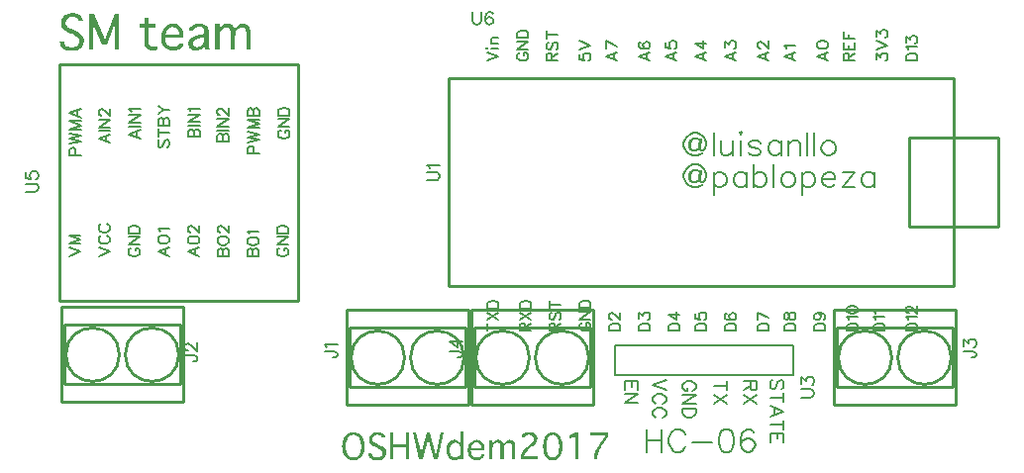
<source format=gto>
G04 ---------------------------- Layer name :TOP SILK LAYER*
G04 easyEDA 0.1*
G04 Scale: 100 percent, Rotated: No, Reflected: No *
G04 Dimensions in inches *
G04 leading zeros omitted , absolute positions ,2 integer and 4 * 
%FSLAX24Y24*%
%MOIN*%
G90*
G70D02*

%ADD10C,0.010000*%
%ADD11C,0.007900*%
%ADD13C,0.008000*%
%ADD14C,0.007000*%

%LPD*%
G54D10*
G01X31000Y6200D02*
G01X31000Y13200D01*
G01X31000Y13200D02*
G01X14000Y13200D01*
G01X14000Y13200D02*
G01X14000Y6200D01*
G01X14000Y6200D02*
G01X31000Y6200D01*
G01X29500Y8200D02*
G01X32500Y8200D01*
G01X32500Y11200D01*
G01X29500Y11200D01*
G01X29500Y8200D01*
G01X10550Y2200D02*
G01X10550Y5400D01*
G01X14650Y5400D01*
G01X14650Y2200D01*
G01X10550Y2200D01*
G01X10650Y2800D02*
G01X10650Y4800D01*
G01X14550Y4800D01*
G01X14550Y2800D01*
G01X10650Y2800D01*
G01X5050Y5500D02*
G01X5050Y2300D01*
G01X950Y2300D01*
G01X950Y5500D01*
G01X5050Y5500D01*
G01X4950Y4900D02*
G01X4950Y2900D01*
G01X1050Y2900D01*
G01X1050Y4900D01*
G01X4950Y4900D01*
G01X31050Y5400D02*
G01X31050Y2200D01*
G01X26950Y2200D01*
G01X26950Y5400D01*
G01X31050Y5400D01*
G01X30950Y4800D02*
G01X30950Y2800D01*
G01X27050Y2800D01*
G01X27050Y4800D01*
G01X30950Y4800D01*
G54D11*
G01X25600Y3200D02*
G01X25600Y4200D01*
G01X19600Y3200D02*
G01X19600Y4200D01*
G01X19600Y4200D02*
G01X25600Y4200D01*
G01X19600Y3200D02*
G01X25600Y3200D01*
G54D10*
G01X14750Y2200D02*
G01X14750Y5400D01*
G01X18850Y5400D01*
G01X18850Y2200D01*
G01X14750Y2200D01*
G01X14850Y2800D02*
G01X14850Y4800D01*
G01X18750Y4800D01*
G01X18750Y2800D01*
G01X14850Y2800D01*
G01X8923Y13692D02*
G01X8923Y5707D01*
G01X888Y5707D01*
G01X888Y13692D01*
G01X8923Y13692D01*

%LPD*%
G36*
G01X899Y14438D02*
G01X899Y14438D01*
G01X1054Y14438D01*
G01X1054Y14432D01*
G01X1054Y14432D01*
G01X1059Y14385D01*
G01X1072Y14347D01*
G01X1094Y14316D01*
G01X1124Y14294D01*
G01X1124Y14294D01*
G01X1162Y14276D01*
G01X1206Y14264D01*
G01X1255Y14257D01*
G01X1310Y14255D01*
G01X1310Y14255D01*
G01X1359Y14258D01*
G01X1404Y14269D01*
G01X1445Y14288D01*
G01X1481Y14313D01*
G01X1481Y14313D01*
G01X1511Y14345D01*
G01X1532Y14382D01*
G01X1545Y14423D01*
G01X1549Y14469D01*
G01X1549Y14469D01*
G01X1546Y14507D01*
G01X1535Y14541D01*
G01X1516Y14571D01*
G01X1490Y14598D01*
G01X1490Y14598D01*
G01X1457Y14622D01*
G01X1416Y14647D01*
G01X1367Y14672D01*
G01X1310Y14696D01*
G01X1248Y14721D01*
G01X1248Y14721D01*
G01X1189Y14748D01*
G01X1137Y14774D01*
G01X1094Y14800D01*
G01X1058Y14826D01*
G01X1058Y14826D01*
G01X1004Y14879D01*
G01X965Y14938D01*
G01X965Y14938D01*
G01X942Y15004D01*
G01X934Y15078D01*
G01X934Y15078D01*
G01X937Y15122D01*
G01X945Y15163D01*
G01X958Y15203D01*
G01X977Y15240D01*
G01X1001Y15274D01*
G01X1030Y15307D01*
G01X1030Y15307D01*
G01X1065Y15335D01*
G01X1106Y15358D01*
G01X1153Y15376D01*
G01X1206Y15389D01*
G01X1265Y15397D01*
G01X1329Y15400D01*
G01X1329Y15400D01*
G01X1389Y15398D01*
G01X1442Y15392D01*
G01X1489Y15382D01*
G01X1529Y15369D01*
G01X1564Y15352D01*
G01X1592Y15330D01*
G01X1592Y15330D01*
G01X1626Y15294D01*
G01X1650Y15255D01*
G01X1665Y15213D01*
G01X1669Y15169D01*
G01X1669Y15161D01*
G01X1513Y15161D01*
G01X1513Y15169D01*
G01X1513Y15169D01*
G01X1512Y15183D01*
G01X1508Y15198D01*
G01X1501Y15212D01*
G01X1490Y15226D01*
G01X1490Y15226D01*
G01X1477Y15240D01*
G01X1461Y15251D01*
G01X1442Y15260D01*
G01X1419Y15267D01*
G01X1419Y15267D01*
G01X1370Y15277D01*
G01X1316Y15280D01*
G01X1316Y15280D01*
G01X1263Y15277D01*
G01X1217Y15266D01*
G01X1179Y15248D01*
G01X1147Y15223D01*
G01X1147Y15223D01*
G01X1123Y15193D01*
G01X1106Y15161D01*
G01X1096Y15128D01*
G01X1092Y15092D01*
G01X1092Y15092D01*
G01X1099Y15045D01*
G01X1118Y15000D01*
G01X1118Y15000D01*
G01X1149Y14960D01*
G01X1190Y14928D01*
G01X1190Y14928D01*
G01X1217Y14912D01*
G01X1252Y14895D01*
G01X1294Y14874D01*
G01X1344Y14851D01*
G01X1417Y14821D01*
G01X1417Y14821D01*
G01X1473Y14795D01*
G01X1521Y14769D01*
G01X1563Y14743D01*
G01X1599Y14716D01*
G01X1629Y14688D01*
G01X1651Y14661D01*
G01X1651Y14661D01*
G01X1677Y14618D01*
G01X1696Y14573D01*
G01X1707Y14527D01*
G01X1710Y14480D01*
G01X1710Y14480D01*
G01X1707Y14435D01*
G01X1698Y14391D01*
G01X1683Y14348D01*
G01X1662Y14305D01*
G01X1662Y14305D01*
G01X1637Y14266D01*
G01X1606Y14232D01*
G01X1571Y14202D01*
G01X1530Y14178D01*
G01X1530Y14178D01*
G01X1485Y14159D01*
G01X1432Y14145D01*
G01X1372Y14137D01*
G01X1305Y14134D01*
G01X1305Y14134D01*
G01X1241Y14136D01*
G01X1182Y14142D01*
G01X1129Y14152D01*
G01X1081Y14167D01*
G01X1081Y14167D01*
G01X1040Y14185D01*
G01X1003Y14209D01*
G01X972Y14238D01*
G01X945Y14271D01*
G01X945Y14271D01*
G01X925Y14309D01*
G01X911Y14348D01*
G01X902Y14389D01*
G01X899Y14432D01*
G01X899Y14438D01*
G37*
G36*
G01X2014Y14171D02*
G01X2014Y14171D01*
G01X1882Y14171D01*
G01X1882Y15363D01*
G01X2035Y15363D01*
G01X2405Y14511D01*
G01X2746Y15363D01*
G01X2897Y15363D01*
G01X2897Y14171D01*
G01X2759Y14171D01*
G01X2759Y14882D01*
G01X2763Y15094D01*
G01X2759Y15094D01*
G01X2682Y14882D01*
G01X2471Y14350D01*
G01X2314Y14350D01*
G01X2085Y14884D01*
G01X2014Y15078D01*
G01X2010Y15078D01*
G01X2014Y14884D01*
G01X2014Y14171D01*
G37*
G36*
G01X4174Y14292D02*
G01X4174Y14292D01*
G01X4174Y14173D01*
G01X4174Y14173D01*
G01X4125Y14161D01*
G01X4082Y14153D01*
G01X4045Y14148D01*
G01X4014Y14146D01*
G01X4014Y14146D01*
G01X3975Y14149D01*
G01X3938Y14155D01*
G01X3903Y14165D01*
G01X3870Y14178D01*
G01X3870Y14178D01*
G01X3813Y14218D01*
G01X3772Y14273D01*
G01X3772Y14273D01*
G01X3758Y14308D01*
G01X3748Y14353D01*
G01X3742Y14406D01*
G01X3739Y14469D01*
G01X3739Y14911D01*
G01X3589Y14911D01*
G01X3589Y15030D01*
G01X3739Y15030D01*
G01X3739Y15232D01*
G01X3882Y15232D01*
G01X3882Y15030D01*
G01X4132Y15030D01*
G01X4132Y14911D01*
G01X3882Y14911D01*
G01X3882Y14509D01*
G01X3882Y14509D01*
G01X3884Y14457D01*
G01X3887Y14413D01*
G01X3892Y14378D01*
G01X3899Y14351D01*
G01X3899Y14351D01*
G01X3910Y14331D01*
G01X3922Y14313D01*
G01X3938Y14298D01*
G01X3955Y14286D01*
G01X3955Y14286D01*
G01X3975Y14277D01*
G01X3997Y14271D01*
G01X4021Y14267D01*
G01X4046Y14265D01*
G01X4046Y14265D01*
G01X4099Y14272D01*
G01X4174Y14292D01*
G37*
G36*
G01X4908Y14392D02*
G01X4908Y14392D01*
G01X5051Y14392D01*
G01X5051Y14384D01*
G01X5051Y14384D01*
G01X5040Y14326D01*
G01X5006Y14267D01*
G01X5006Y14267D01*
G01X4982Y14240D01*
G01X4953Y14216D01*
G01X4922Y14195D01*
G01X4886Y14178D01*
G01X4886Y14178D01*
G01X4848Y14164D01*
G01X4806Y14154D01*
G01X4762Y14148D01*
G01X4714Y14146D01*
G01X4714Y14146D01*
G01X4667Y14148D01*
G01X4622Y14154D01*
G01X4580Y14164D01*
G01X4541Y14178D01*
G01X4505Y14196D01*
G01X4471Y14218D01*
G01X4440Y14244D01*
G01X4412Y14273D01*
G01X4412Y14273D01*
G01X4387Y14306D01*
G01X4366Y14341D01*
G01X4347Y14378D01*
G01X4332Y14417D01*
G01X4321Y14458D01*
G01X4312Y14502D01*
G01X4307Y14547D01*
G01X4305Y14594D01*
G01X4305Y14594D01*
G01X4307Y14643D01*
G01X4313Y14689D01*
G01X4321Y14733D01*
G01X4334Y14775D01*
G01X4350Y14815D01*
G01X4369Y14853D01*
G01X4392Y14889D01*
G01X4418Y14923D01*
G01X4418Y14923D01*
G01X4448Y14953D01*
G01X4479Y14980D01*
G01X4512Y15002D01*
G01X4547Y15021D01*
G01X4585Y15035D01*
G01X4624Y15045D01*
G01X4665Y15051D01*
G01X4708Y15053D01*
G01X4708Y15053D01*
G01X4756Y15051D01*
G01X4802Y15043D01*
G01X4845Y15029D01*
G01X4885Y15011D01*
G01X4885Y15011D01*
G01X4923Y14987D01*
G01X4956Y14957D01*
G01X4985Y14921D01*
G01X5010Y14880D01*
G01X5010Y14880D01*
G01X5025Y14848D01*
G01X5037Y14812D01*
G01X5046Y14772D01*
G01X5052Y14728D01*
G01X5056Y14681D01*
G01X5057Y14630D01*
G01X5057Y14582D01*
G01X4447Y14582D01*
G01X4447Y14582D01*
G01X4450Y14537D01*
G01X4456Y14495D01*
G01X4466Y14456D01*
G01X4480Y14420D01*
G01X4499Y14386D01*
G01X4521Y14355D01*
G01X4521Y14355D01*
G01X4562Y14316D01*
G01X4610Y14288D01*
G01X4665Y14271D01*
G01X4727Y14265D01*
G01X4727Y14265D01*
G01X4771Y14268D01*
G01X4809Y14275D01*
G01X4840Y14286D01*
G01X4865Y14303D01*
G01X4865Y14303D01*
G01X4898Y14341D01*
G01X4908Y14384D01*
G01X4908Y14392D01*
G37*
G36*
G01X5783Y14171D02*
G01X5783Y14171D01*
G01X5783Y14171D01*
G01X5767Y14235D01*
G01X5761Y14290D01*
G01X5761Y14290D01*
G01X5716Y14247D01*
G01X5674Y14213D01*
G01X5636Y14188D01*
G01X5601Y14171D01*
G01X5601Y14171D01*
G01X5536Y14153D01*
G01X5473Y14146D01*
G01X5473Y14146D01*
G01X5424Y14150D01*
G01X5379Y14162D01*
G01X5337Y14182D01*
G01X5298Y14209D01*
G01X5298Y14209D01*
G01X5266Y14244D01*
G01X5243Y14284D01*
G01X5229Y14330D01*
G01X5224Y14382D01*
G01X5224Y14382D01*
G01X5231Y14440D01*
G01X5250Y14492D01*
G01X5283Y14537D01*
G01X5328Y14575D01*
G01X5328Y14575D01*
G01X5357Y14591D01*
G01X5389Y14607D01*
G01X5427Y14622D01*
G01X5469Y14637D01*
G01X5516Y14652D01*
G01X5567Y14665D01*
G01X5624Y14679D01*
G01X5684Y14692D01*
G01X5761Y14705D01*
G01X5761Y14803D01*
G01X5761Y14803D01*
G01X5748Y14870D01*
G01X5708Y14913D01*
G01X5708Y14913D01*
G01X5650Y14938D01*
G01X5580Y14946D01*
G01X5580Y14946D01*
G01X5538Y14943D01*
G01X5501Y14936D01*
G01X5469Y14924D01*
G01X5441Y14907D01*
G01X5441Y14907D01*
G01X5404Y14864D01*
G01X5391Y14815D01*
G01X5391Y14803D01*
G01X5236Y14803D01*
G01X5236Y14815D01*
G01X5236Y14815D01*
G01X5248Y14872D01*
G01X5284Y14932D01*
G01X5284Y14932D01*
G01X5310Y14960D01*
G01X5340Y14985D01*
G01X5374Y15006D01*
G01X5411Y15023D01*
G01X5411Y15023D01*
G01X5452Y15037D01*
G01X5495Y15047D01*
G01X5540Y15053D01*
G01X5586Y15055D01*
G01X5586Y15055D01*
G01X5632Y15053D01*
G01X5675Y15047D01*
G01X5717Y15038D01*
G01X5756Y15025D01*
G01X5756Y15025D01*
G01X5823Y14990D01*
G01X5869Y14946D01*
G01X5869Y14946D01*
G01X5885Y14915D01*
G01X5896Y14875D01*
G01X5902Y14822D01*
G01X5904Y14759D01*
G01X5904Y14426D01*
G01X5904Y14426D01*
G01X5905Y14370D01*
G01X5907Y14311D01*
G01X5907Y14311D01*
G01X5915Y14246D01*
G01X5934Y14171D01*
G01X5783Y14171D01*
G37*
G36*
G01X6268Y14171D02*
G01X6268Y14171D01*
G01X6125Y14171D01*
G01X6125Y15030D01*
G01X6268Y15030D01*
G01X6268Y14875D01*
G01X6268Y14875D01*
G01X6311Y14941D01*
G01X6351Y14986D01*
G01X6351Y14986D01*
G01X6393Y15015D01*
G01X6438Y15036D01*
G01X6438Y15036D01*
G01X6486Y15049D01*
G01X6537Y15053D01*
G01X6537Y15053D01*
G01X6590Y15049D01*
G01X6639Y15036D01*
G01X6639Y15036D01*
G01X6663Y15027D01*
G01X6684Y15016D01*
G01X6705Y15003D01*
G01X6723Y14988D01*
G01X6723Y14988D01*
G01X6758Y14943D01*
G01X6793Y14875D01*
G01X6793Y14875D01*
G01X6837Y14939D01*
G01X6879Y14984D01*
G01X6879Y14984D01*
G01X6923Y15014D01*
G01X6967Y15036D01*
G01X6967Y15036D01*
G01X6990Y15043D01*
G01X7014Y15049D01*
G01X7038Y15052D01*
G01X7063Y15053D01*
G01X7063Y15053D01*
G01X7133Y15045D01*
G01X7195Y15019D01*
G01X7195Y15019D01*
G01X7248Y14977D01*
G01X7286Y14921D01*
G01X7286Y14921D01*
G01X7300Y14885D01*
G01X7310Y14836D01*
G01X7316Y14778D01*
G01X7318Y14707D01*
G01X7318Y14171D01*
G01X7174Y14171D01*
G01X7174Y14648D01*
G01X7174Y14648D01*
G01X7173Y14717D01*
G01X7170Y14772D01*
G01X7164Y14813D01*
G01X7156Y14840D01*
G01X7156Y14840D01*
G01X7147Y14858D01*
G01X7135Y14875D01*
G01X7122Y14889D01*
G01X7106Y14901D01*
G01X7106Y14901D01*
G01X7090Y14910D01*
G01X7071Y14916D01*
G01X7051Y14920D01*
G01X7029Y14921D01*
G01X7029Y14921D01*
G01X6968Y14912D01*
G01X6911Y14882D01*
G01X6911Y14882D01*
G01X6863Y14836D01*
G01X6825Y14776D01*
G01X6825Y14776D01*
G01X6811Y14739D01*
G01X6801Y14695D01*
G01X6795Y14645D01*
G01X6793Y14588D01*
G01X6793Y14171D01*
G01X6650Y14171D01*
G01X6650Y14648D01*
G01X6650Y14648D01*
G01X6649Y14717D01*
G01X6646Y14772D01*
G01X6641Y14813D01*
G01X6633Y14840D01*
G01X6633Y14840D01*
G01X6624Y14858D01*
G01X6612Y14875D01*
G01X6598Y14889D01*
G01X6581Y14901D01*
G01X6581Y14901D01*
G01X6563Y14910D01*
G01X6543Y14917D01*
G01X6524Y14921D01*
G01X6503Y14923D01*
G01X6503Y14923D01*
G01X6445Y14912D01*
G01X6388Y14882D01*
G01X6388Y14882D01*
G01X6338Y14834D01*
G01X6300Y14773D01*
G01X6300Y14773D01*
G01X6286Y14736D01*
G01X6276Y14692D01*
G01X6270Y14644D01*
G01X6268Y14588D01*
G01X6268Y14171D01*
G37*

%LPC*%
G36*
G01X4456Y14690D02*
G01X4456Y14690D01*
G01X4920Y14690D01*
G01X4920Y14707D01*
G01X4920Y14707D01*
G01X4913Y14765D01*
G01X4891Y14823D01*
G01X4891Y14823D01*
G01X4857Y14872D01*
G01X4811Y14907D01*
G01X4811Y14907D01*
G01X4756Y14928D01*
G01X4693Y14934D01*
G01X4693Y14934D01*
G01X4654Y14930D01*
G01X4616Y14918D01*
G01X4580Y14898D01*
G01X4545Y14869D01*
G01X4545Y14869D01*
G01X4514Y14834D01*
G01X4489Y14792D01*
G01X4470Y14744D01*
G01X4456Y14690D01*
G37*
G36*
G01X5761Y14605D02*
G01X5761Y14605D01*
G01X5718Y14594D01*
G01X5718Y14594D01*
G01X5650Y14576D01*
G01X5591Y14559D01*
G01X5540Y14542D01*
G01X5498Y14525D01*
G01X5464Y14509D01*
G01X5439Y14492D01*
G01X5439Y14492D01*
G01X5394Y14440D01*
G01X5379Y14378D01*
G01X5379Y14378D01*
G01X5381Y14362D01*
G01X5384Y14346D01*
G01X5390Y14331D01*
G01X5397Y14315D01*
G01X5397Y14315D01*
G01X5408Y14302D01*
G01X5420Y14290D01*
G01X5434Y14279D01*
G01X5450Y14271D01*
G01X5450Y14271D01*
G01X5468Y14264D01*
G01X5486Y14259D01*
G01X5503Y14256D01*
G01X5520Y14255D01*
G01X5520Y14255D01*
G01X5580Y14263D01*
G01X5638Y14290D01*
G01X5638Y14290D01*
G01X5690Y14330D01*
G01X5729Y14382D01*
G01X5729Y14382D01*
G01X5753Y14446D01*
G01X5761Y14519D01*
G01X5761Y14605D01*
G37*

%LPD*%

%LPD*%
G36*
G01X10780Y342D02*
G01X10780Y342D01*
G01X10780Y342D01*
G01X10725Y345D01*
G01X10674Y355D01*
G01X10627Y372D01*
G01X10583Y396D01*
G01X10543Y427D01*
G01X10506Y465D01*
G01X10506Y465D01*
G01X10481Y497D01*
G01X10459Y533D01*
G01X10441Y572D01*
G01X10426Y615D01*
G01X10414Y660D01*
G01X10406Y709D01*
G01X10401Y761D01*
G01X10400Y817D01*
G01X10400Y817D01*
G01X10401Y872D01*
G01X10406Y924D01*
G01X10414Y972D01*
G01X10426Y1018D01*
G01X10441Y1060D01*
G01X10459Y1099D01*
G01X10481Y1134D01*
G01X10506Y1167D01*
G01X10506Y1167D01*
G01X10543Y1204D01*
G01X10583Y1235D01*
G01X10627Y1260D01*
G01X10674Y1277D01*
G01X10725Y1287D01*
G01X10780Y1291D01*
G01X10780Y1291D01*
G01X10834Y1287D01*
G01X10885Y1277D01*
G01X10932Y1260D01*
G01X10976Y1235D01*
G01X11016Y1204D01*
G01X11054Y1167D01*
G01X11054Y1167D01*
G01X11078Y1134D01*
G01X11100Y1099D01*
G01X11118Y1060D01*
G01X11133Y1018D01*
G01X11145Y972D01*
G01X11153Y924D01*
G01X11158Y872D01*
G01X11160Y817D01*
G01X11160Y817D01*
G01X11158Y761D01*
G01X11153Y709D01*
G01X11145Y660D01*
G01X11133Y615D01*
G01X11118Y572D01*
G01X11100Y533D01*
G01X11078Y497D01*
G01X11054Y465D01*
G01X11054Y465D01*
G01X11016Y427D01*
G01X10976Y396D01*
G01X10932Y372D01*
G01X10885Y355D01*
G01X10834Y345D01*
G01X10780Y342D01*
G37*
G36*
G01X11277Y570D02*
G01X11277Y570D01*
G01X11393Y570D01*
G01X11393Y565D01*
G01X11393Y565D01*
G01X11406Y501D01*
G01X11446Y461D01*
G01X11446Y461D01*
G01X11506Y439D01*
G01X11585Y432D01*
G01X11585Y432D01*
G01X11655Y443D01*
G01X11713Y476D01*
G01X11713Y476D01*
G01X11752Y527D01*
G01X11765Y593D01*
G01X11765Y593D01*
G01X11753Y646D01*
G01X11720Y689D01*
G01X11720Y689D01*
G01X11695Y707D01*
G01X11664Y726D01*
G01X11627Y744D01*
G01X11585Y763D01*
G01X11539Y783D01*
G01X11539Y783D01*
G01X11494Y802D01*
G01X11455Y821D01*
G01X11422Y840D01*
G01X11396Y860D01*
G01X11396Y860D01*
G01X11355Y900D01*
G01X11326Y945D01*
G01X11326Y945D01*
G01X11308Y994D01*
G01X11303Y1050D01*
G01X11303Y1050D01*
G01X11307Y1098D01*
G01X11321Y1143D01*
G01X11343Y1184D01*
G01X11375Y1221D01*
G01X11375Y1221D01*
G01X11401Y1242D01*
G01X11432Y1259D01*
G01X11467Y1273D01*
G01X11507Y1283D01*
G01X11551Y1289D01*
G01X11600Y1291D01*
G01X11600Y1291D01*
G01X11664Y1287D01*
G01X11719Y1278D01*
G01X11763Y1261D01*
G01X11797Y1239D01*
G01X11797Y1239D01*
G01X11839Y1182D01*
G01X11854Y1118D01*
G01X11854Y1112D01*
G01X11738Y1112D01*
G01X11738Y1118D01*
G01X11738Y1118D01*
G01X11736Y1128D01*
G01X11733Y1139D01*
G01X11727Y1150D01*
G01X11720Y1161D01*
G01X11720Y1161D01*
G01X11709Y1170D01*
G01X11697Y1179D01*
G01X11683Y1186D01*
G01X11667Y1192D01*
G01X11667Y1192D01*
G01X11649Y1195D01*
G01X11630Y1198D01*
G01X11610Y1200D01*
G01X11590Y1201D01*
G01X11590Y1201D01*
G01X11515Y1190D01*
G01X11463Y1158D01*
G01X11463Y1158D01*
G01X11432Y1112D01*
G01X11422Y1060D01*
G01X11422Y1060D01*
G01X11423Y1042D01*
G01X11426Y1024D01*
G01X11432Y1007D01*
G01X11441Y991D01*
G01X11441Y991D01*
G01X11451Y975D01*
G01X11464Y961D01*
G01X11478Y948D01*
G01X11495Y937D01*
G01X11495Y937D01*
G01X11541Y912D01*
G01X11611Y880D01*
G01X11666Y856D01*
G01X11666Y856D01*
G01X11726Y827D01*
G01X11775Y797D01*
G01X11813Y767D01*
G01X11841Y736D01*
G01X11841Y736D01*
G01X11874Y671D01*
G01X11885Y601D01*
G01X11885Y601D01*
G01X11876Y534D01*
G01X11849Y470D01*
G01X11849Y470D01*
G01X11806Y414D01*
G01X11750Y374D01*
G01X11750Y374D01*
G01X11715Y360D01*
G01X11676Y350D01*
G01X11631Y344D01*
G01X11581Y342D01*
G01X11581Y342D01*
G01X11533Y343D01*
G01X11489Y348D01*
G01X11449Y355D01*
G01X11414Y366D01*
G01X11414Y366D01*
G01X11355Y397D01*
G01X11312Y445D01*
G01X11312Y445D01*
G01X11285Y502D01*
G01X11277Y565D01*
G01X11277Y570D01*
G37*
G36*
G01X12131Y369D02*
G01X12131Y369D01*
G01X12014Y369D01*
G01X12014Y1264D01*
G01X12131Y1264D01*
G01X12131Y866D01*
G01X12542Y866D01*
G01X12542Y1264D01*
G01X12659Y1264D01*
G01X12659Y369D01*
G01X12542Y369D01*
G01X12542Y776D01*
G01X12131Y776D01*
G01X12131Y369D01*
G37*
G36*
G01X13110Y369D02*
G01X13110Y369D01*
G01X12992Y369D01*
G01X12789Y1264D01*
G01X12900Y1264D01*
G01X13043Y634D01*
G01X13062Y526D01*
G01X13067Y526D01*
G01X13087Y634D01*
G01X13251Y1264D01*
G01X13366Y1264D01*
G01X13526Y632D01*
G01X13544Y526D01*
G01X13550Y526D01*
G01X13569Y632D01*
G01X13716Y1264D01*
G01X13818Y1264D01*
G01X13610Y369D01*
G01X13491Y369D01*
G01X13326Y1011D01*
G01X13305Y1120D01*
G01X13299Y1120D01*
G01X13279Y1011D01*
G01X13110Y369D01*
G37*
G36*
G01X14390Y1300D02*
G01X14390Y1300D01*
G01X14497Y1300D01*
G01X14497Y369D01*
G01X14390Y369D01*
G01X14390Y481D01*
G01X14390Y481D01*
G01X14357Y428D01*
G01X14326Y394D01*
G01X14326Y394D01*
G01X14310Y382D01*
G01X14293Y373D01*
G01X14275Y366D01*
G01X14256Y361D01*
G01X14256Y361D01*
G01X14236Y356D01*
G01X14217Y353D01*
G01X14198Y351D01*
G01X14179Y351D01*
G01X14179Y351D01*
G01X14109Y361D01*
G01X14045Y391D01*
G01X14045Y391D01*
G01X14016Y413D01*
G01X13990Y441D01*
G01X13968Y473D01*
G01X13950Y511D01*
G01X13950Y511D01*
G01X13935Y551D01*
G01X13924Y595D01*
G01X13918Y641D01*
G01X13916Y690D01*
G01X13916Y690D01*
G01X13917Y737D01*
G01X13923Y782D01*
G01X13933Y824D01*
G01X13947Y863D01*
G01X13965Y900D01*
G01X13987Y934D01*
G01X13987Y934D01*
G01X14026Y976D01*
G01X14072Y1006D01*
G01X14125Y1024D01*
G01X14185Y1031D01*
G01X14185Y1031D01*
G01X14205Y1030D01*
G01X14224Y1028D01*
G01X14243Y1024D01*
G01X14262Y1019D01*
G01X14262Y1019D01*
G01X14279Y1012D01*
G01X14296Y1004D01*
G01X14312Y994D01*
G01X14327Y984D01*
G01X14327Y984D01*
G01X14357Y951D01*
G01X14390Y901D01*
G01X14390Y1300D01*
G37*
G36*
G01X15079Y535D02*
G01X15079Y535D01*
G01X15186Y535D01*
G01X15186Y529D01*
G01X15186Y529D01*
G01X15183Y507D01*
G01X15177Y485D01*
G01X15166Y463D01*
G01X15152Y442D01*
G01X15152Y442D01*
G01X15112Y402D01*
G01X15062Y374D01*
G01X15062Y374D01*
G01X15002Y356D01*
G01X14934Y351D01*
G01X14934Y351D01*
G01X14886Y353D01*
G01X14843Y361D01*
G01X14803Y374D01*
G01X14767Y393D01*
G01X14735Y416D01*
G01X14707Y446D01*
G01X14707Y446D01*
G01X14682Y479D01*
G01X14662Y515D01*
G01X14647Y553D01*
G01X14635Y595D01*
G01X14629Y639D01*
G01X14627Y687D01*
G01X14627Y687D01*
G01X14629Y735D01*
G01X14636Y780D01*
G01X14648Y823D01*
G01X14664Y862D01*
G01X14685Y899D01*
G01X14711Y933D01*
G01X14711Y933D01*
G01X14740Y962D01*
G01X14773Y987D01*
G01X14808Y1006D01*
G01X14845Y1020D01*
G01X14886Y1028D01*
G01X14929Y1031D01*
G01X14929Y1031D01*
G01X14998Y1023D01*
G01X15062Y999D01*
G01X15062Y999D01*
G01X15115Y958D01*
G01X15156Y900D01*
G01X15156Y900D01*
G01X15170Y863D01*
G01X15181Y819D01*
G01X15187Y769D01*
G01X15190Y713D01*
G01X15190Y678D01*
G01X14733Y678D01*
G01X14733Y678D01*
G01X14736Y628D01*
G01X14747Y583D01*
G01X14764Y542D01*
G01X14789Y507D01*
G01X14789Y507D01*
G01X14819Y478D01*
G01X14855Y457D01*
G01X14896Y445D01*
G01X14943Y441D01*
G01X14943Y441D01*
G01X15004Y447D01*
G01X15046Y468D01*
G01X15046Y468D01*
G01X15060Y481D01*
G01X15070Y496D01*
G01X15076Y512D01*
G01X15079Y529D01*
G01X15079Y535D01*
G37*
G36*
G01X15445Y369D02*
G01X15445Y369D01*
G01X15338Y369D01*
G01X15338Y1013D01*
G01X15445Y1013D01*
G01X15445Y897D01*
G01X15445Y897D01*
G01X15477Y946D01*
G01X15508Y980D01*
G01X15508Y980D01*
G01X15523Y992D01*
G01X15539Y1002D01*
G01X15555Y1011D01*
G01X15573Y1018D01*
G01X15573Y1018D01*
G01X15590Y1023D01*
G01X15609Y1027D01*
G01X15628Y1030D01*
G01X15648Y1031D01*
G01X15648Y1031D01*
G01X15667Y1030D01*
G01X15686Y1028D01*
G01X15705Y1024D01*
G01X15724Y1019D01*
G01X15724Y1019D01*
G01X15741Y1011D01*
G01X15757Y1003D01*
G01X15772Y992D01*
G01X15787Y981D01*
G01X15787Y981D01*
G01X15813Y948D01*
G01X15839Y897D01*
G01X15839Y897D01*
G01X15871Y945D01*
G01X15904Y979D01*
G01X15904Y979D01*
G01X15920Y991D01*
G01X15936Y1001D01*
G01X15953Y1010D01*
G01X15970Y1018D01*
G01X15970Y1018D01*
G01X15987Y1023D01*
G01X16005Y1027D01*
G01X16023Y1030D01*
G01X16042Y1031D01*
G01X16042Y1031D01*
G01X16093Y1024D01*
G01X16141Y1005D01*
G01X16141Y1005D01*
G01X16180Y974D01*
G01X16209Y932D01*
G01X16209Y932D01*
G01X16219Y904D01*
G01X16227Y868D01*
G01X16231Y824D01*
G01X16233Y772D01*
G01X16233Y369D01*
G01X16125Y369D01*
G01X16125Y727D01*
G01X16125Y727D01*
G01X16121Y820D01*
G01X16112Y871D01*
G01X16112Y871D01*
G01X16104Y885D01*
G01X16095Y897D01*
G01X16085Y908D01*
G01X16074Y917D01*
G01X16074Y917D01*
G01X16061Y923D01*
G01X16047Y928D01*
G01X16032Y931D01*
G01X16016Y932D01*
G01X16016Y932D01*
G01X15992Y930D01*
G01X15970Y924D01*
G01X15948Y915D01*
G01X15928Y903D01*
G01X15928Y903D01*
G01X15891Y868D01*
G01X15863Y823D01*
G01X15863Y823D01*
G01X15845Y762D01*
G01X15839Y682D01*
G01X15839Y369D01*
G01X15732Y369D01*
G01X15732Y727D01*
G01X15732Y727D01*
G01X15728Y820D01*
G01X15719Y871D01*
G01X15719Y871D01*
G01X15712Y885D01*
G01X15703Y897D01*
G01X15692Y908D01*
G01X15680Y917D01*
G01X15680Y917D01*
G01X15666Y924D01*
G01X15652Y929D01*
G01X15637Y932D01*
G01X15622Y933D01*
G01X15622Y933D01*
G01X15600Y931D01*
G01X15578Y925D01*
G01X15557Y915D01*
G01X15536Y902D01*
G01X15536Y902D01*
G01X15497Y866D01*
G01X15469Y820D01*
G01X15469Y820D01*
G01X15451Y760D01*
G01X15445Y682D01*
G01X15445Y369D01*
G37*
G36*
G01X16412Y369D02*
G01X16412Y369D01*
G01X16412Y462D01*
G01X16412Y462D01*
G01X16414Y499D01*
G01X16423Y538D01*
G01X16437Y578D01*
G01X16457Y620D01*
G01X16457Y620D01*
G01X16483Y662D01*
G01X16517Y705D01*
G01X16558Y746D01*
G01X16608Y788D01*
G01X16668Y834D01*
G01X16668Y834D01*
G01X16723Y878D01*
G01X16767Y916D01*
G01X16800Y948D01*
G01X16822Y974D01*
G01X16822Y974D01*
G01X16846Y1021D01*
G01X16855Y1070D01*
G01X16855Y1070D01*
G01X16844Y1118D01*
G01X16811Y1161D01*
G01X16811Y1161D01*
G01X16758Y1191D01*
G01X16687Y1201D01*
G01X16687Y1201D01*
G01X16622Y1194D01*
G01X16577Y1173D01*
G01X16577Y1173D01*
G01X16561Y1158D01*
G01X16550Y1142D01*
G01X16544Y1125D01*
G01X16542Y1108D01*
G01X16542Y1103D01*
G01X16434Y1103D01*
G01X16434Y1108D01*
G01X16434Y1108D01*
G01X16442Y1154D01*
G01X16466Y1198D01*
G01X16466Y1198D01*
G01X16503Y1235D01*
G01X16553Y1265D01*
G01X16553Y1265D01*
G01X16614Y1284D01*
G01X16690Y1291D01*
G01X16690Y1291D01*
G01X16760Y1286D01*
G01X16820Y1274D01*
G01X16869Y1254D01*
G01X16907Y1226D01*
G01X16907Y1226D01*
G01X16935Y1192D01*
G01X16955Y1155D01*
G01X16967Y1115D01*
G01X16971Y1072D01*
G01X16971Y1072D01*
G01X16966Y1024D01*
G01X16951Y976D01*
G01X16951Y976D01*
G01X16921Y926D01*
G01X16871Y874D01*
G01X16871Y874D01*
G01X16816Y828D01*
G01X16774Y796D01*
G01X16730Y766D01*
G01X16730Y766D01*
G01X16681Y730D01*
G01X16639Y695D01*
G01X16604Y660D01*
G01X16575Y626D01*
G01X16552Y591D01*
G01X16536Y557D01*
G01X16527Y523D01*
G01X16524Y490D01*
G01X16524Y468D01*
G01X16989Y468D01*
G01X16989Y369D01*
G01X16412Y369D01*
G37*
G36*
G01X17490Y342D02*
G01X17490Y342D01*
G01X17490Y342D01*
G01X17442Y345D01*
G01X17398Y356D01*
G01X17358Y374D01*
G01X17320Y398D01*
G01X17285Y430D01*
G01X17254Y470D01*
G01X17254Y470D01*
G01X17232Y503D01*
G01X17214Y539D01*
G01X17198Y578D01*
G01X17185Y620D01*
G01X17175Y665D01*
G01X17168Y712D01*
G01X17164Y763D01*
G01X17163Y817D01*
G01X17163Y817D01*
G01X17164Y870D01*
G01X17168Y920D01*
G01X17175Y968D01*
G01X17185Y1013D01*
G01X17198Y1054D01*
G01X17214Y1093D01*
G01X17232Y1129D01*
G01X17254Y1163D01*
G01X17254Y1163D01*
G01X17285Y1202D01*
G01X17320Y1234D01*
G01X17358Y1259D01*
G01X17398Y1276D01*
G01X17442Y1287D01*
G01X17490Y1291D01*
G01X17490Y1291D01*
G01X17537Y1287D01*
G01X17581Y1276D01*
G01X17622Y1259D01*
G01X17659Y1234D01*
G01X17694Y1202D01*
G01X17726Y1163D01*
G01X17726Y1163D01*
G01X17747Y1129D01*
G01X17765Y1093D01*
G01X17781Y1054D01*
G01X17794Y1013D01*
G01X17804Y968D01*
G01X17811Y920D01*
G01X17815Y870D01*
G01X17817Y817D01*
G01X17817Y817D01*
G01X17815Y763D01*
G01X17811Y712D01*
G01X17804Y665D01*
G01X17794Y620D01*
G01X17781Y578D01*
G01X17765Y539D01*
G01X17747Y503D01*
G01X17726Y470D01*
G01X17726Y470D01*
G01X17694Y430D01*
G01X17659Y398D01*
G01X17622Y374D01*
G01X17581Y356D01*
G01X17537Y345D01*
G01X17490Y342D01*
G37*
G36*
G01X18239Y369D02*
G01X18239Y369D01*
G01X18239Y1153D01*
G01X18058Y1081D01*
G01X18058Y1180D01*
G01X18239Y1264D01*
G01X18347Y1264D01*
G01X18347Y369D01*
G01X18239Y369D01*
G37*
G36*
G01X18993Y369D02*
G01X18993Y369D01*
G01X18877Y369D01*
G01X18877Y408D01*
G01X18877Y408D01*
G01X18878Y455D01*
G01X18883Y502D01*
G01X18891Y550D01*
G01X18903Y598D01*
G01X18903Y598D01*
G01X18914Y632D01*
G01X18930Y670D01*
G01X18951Y712D01*
G01X18977Y758D01*
G01X19008Y808D01*
G01X19044Y862D01*
G01X19044Y862D01*
G01X19080Y916D01*
G01X19115Y967D01*
G01X19148Y1015D01*
G01X19179Y1059D01*
G01X19208Y1100D01*
G01X19235Y1138D01*
G01X19256Y1165D01*
G01X18760Y1165D01*
G01X18760Y1264D01*
G01X19364Y1264D01*
G01X19364Y1165D01*
G01X19364Y1165D01*
G01X19358Y1156D01*
G01X19353Y1150D01*
G01X19350Y1146D01*
G01X19349Y1144D01*
G01X19267Y1033D01*
G01X19267Y1033D01*
G01X19240Y996D01*
G01X19214Y957D01*
G01X19187Y916D01*
G01X19160Y872D01*
G01X19133Y826D01*
G01X19106Y777D01*
G01X19106Y777D01*
G01X19080Y729D01*
G01X19058Y685D01*
G01X19040Y645D01*
G01X19026Y609D01*
G01X19015Y577D01*
G01X19008Y549D01*
G01X19008Y549D01*
G01X18996Y476D01*
G01X18993Y413D01*
G01X18993Y369D01*
G37*

%LPC*%
G36*
G01X10780Y432D02*
G01X10780Y432D01*
G01X10780Y432D01*
G01X10837Y438D01*
G01X10888Y458D01*
G01X10933Y491D01*
G01X10971Y537D01*
G01X10971Y537D01*
G01X10991Y573D01*
G01X11008Y614D01*
G01X11022Y659D01*
G01X11031Y708D01*
G01X11037Y760D01*
G01X11039Y817D01*
G01X11039Y817D01*
G01X11037Y872D01*
G01X11031Y924D01*
G01X11022Y973D01*
G01X11008Y1017D01*
G01X10991Y1058D01*
G01X10971Y1096D01*
G01X10971Y1096D01*
G01X10933Y1141D01*
G01X10888Y1174D01*
G01X10837Y1194D01*
G01X10780Y1201D01*
G01X10780Y1201D01*
G01X10722Y1194D01*
G01X10671Y1174D01*
G01X10626Y1141D01*
G01X10589Y1096D01*
G01X10589Y1096D01*
G01X10567Y1058D01*
G01X10550Y1017D01*
G01X10537Y973D01*
G01X10527Y924D01*
G01X10521Y872D01*
G01X10520Y817D01*
G01X10520Y817D01*
G01X10521Y760D01*
G01X10527Y708D01*
G01X10537Y659D01*
G01X10550Y614D01*
G01X10567Y573D01*
G01X10589Y537D01*
G01X10589Y537D01*
G01X10626Y491D01*
G01X10671Y458D01*
G01X10722Y438D01*
G01X10780Y432D01*
G37*
G36*
G01X14390Y691D02*
G01X14390Y691D01*
G01X14390Y691D01*
G01X14387Y743D01*
G01X14378Y791D01*
G01X14363Y833D01*
G01X14343Y871D01*
G01X14343Y871D01*
G01X14316Y902D01*
G01X14285Y924D01*
G01X14250Y937D01*
G01X14210Y942D01*
G01X14210Y942D01*
G01X14172Y938D01*
G01X14138Y926D01*
G01X14107Y906D01*
G01X14080Y879D01*
G01X14080Y879D01*
G01X14057Y844D01*
G01X14041Y801D01*
G01X14031Y751D01*
G01X14028Y693D01*
G01X14028Y693D01*
G01X14031Y626D01*
G01X14040Y570D01*
G01X14056Y525D01*
G01X14078Y492D01*
G01X14078Y492D01*
G01X14104Y467D01*
G01X14135Y450D01*
G01X14169Y439D01*
G01X14207Y436D01*
G01X14207Y436D01*
G01X14256Y443D01*
G01X14303Y467D01*
G01X14303Y467D01*
G01X14341Y505D01*
G01X14368Y559D01*
G01X14368Y559D01*
G01X14384Y622D01*
G01X14390Y691D01*
G37*
G36*
G01X14740Y758D02*
G01X14740Y758D01*
G01X15088Y758D01*
G01X15088Y771D01*
G01X15088Y771D01*
G01X15086Y793D01*
G01X15082Y815D01*
G01X15075Y836D01*
G01X15066Y858D01*
G01X15066Y858D01*
G01X15054Y878D01*
G01X15040Y895D01*
G01X15024Y909D01*
G01X15006Y921D01*
G01X15006Y921D01*
G01X14986Y930D01*
G01X14965Y936D01*
G01X14942Y940D01*
G01X14918Y942D01*
G01X14918Y942D01*
G01X14860Y930D01*
G01X14807Y894D01*
G01X14807Y894D01*
G01X14783Y867D01*
G01X14764Y835D01*
G01X14750Y799D01*
G01X14740Y758D01*
G37*
G36*
G01X17490Y432D02*
G01X17490Y432D01*
G01X17490Y432D01*
G01X17542Y439D01*
G01X17587Y461D01*
G01X17624Y497D01*
G01X17654Y549D01*
G01X17654Y549D01*
G01X17669Y588D01*
G01X17682Y630D01*
G01X17692Y674D01*
G01X17699Y719D01*
G01X17703Y767D01*
G01X17705Y817D01*
G01X17705Y817D01*
G01X17703Y866D01*
G01X17699Y913D01*
G01X17692Y958D01*
G01X17682Y1002D01*
G01X17669Y1044D01*
G01X17654Y1084D01*
G01X17654Y1084D01*
G01X17624Y1135D01*
G01X17587Y1171D01*
G01X17542Y1193D01*
G01X17490Y1201D01*
G01X17490Y1201D01*
G01X17437Y1193D01*
G01X17392Y1171D01*
G01X17355Y1135D01*
G01X17326Y1084D01*
G01X17326Y1084D01*
G01X17310Y1044D01*
G01X17297Y1002D01*
G01X17287Y958D01*
G01X17280Y913D01*
G01X17276Y866D01*
G01X17275Y817D01*
G01X17275Y817D01*
G01X17276Y767D01*
G01X17280Y719D01*
G01X17287Y674D01*
G01X17297Y630D01*
G01X17310Y588D01*
G01X17326Y549D01*
G01X17326Y549D01*
G01X17355Y497D01*
G01X17392Y461D01*
G01X17437Y439D01*
G01X17490Y432D01*
G37*

%LPD*%
G54D13*
G01X22444Y10008D02*
G01X22409Y10081D01*
G01X22335Y10118D01*
G01X22227Y10118D01*
G01X22155Y10081D01*
G01X22118Y10045D01*
G01X22081Y9936D01*
G01X22081Y9827D01*
G01X22118Y9754D01*
G01X22190Y9718D01*
G01X22300Y9718D01*
G01X22372Y9754D01*
G01X22409Y9827D01*
G01X22227Y10118D02*
G01X22155Y10045D01*
G01X22118Y9936D01*
G01X22118Y9827D01*
G01X22155Y9754D01*
G01X22190Y9718D01*
G01X22444Y10118D02*
G01X22409Y9827D01*
G01X22409Y9754D01*
G01X22481Y9718D01*
G01X22555Y9718D01*
G01X22627Y9790D01*
G01X22664Y9899D01*
G01X22664Y9972D01*
G01X22627Y10081D01*
G01X22590Y10154D01*
G01X22518Y10227D01*
G01X22444Y10263D01*
G01X22335Y10299D01*
G01X22227Y10299D01*
G01X22118Y10263D01*
G01X22044Y10227D01*
G01X21972Y10154D01*
G01X21935Y10081D01*
G01X21900Y9972D01*
G01X21900Y9863D01*
G01X21935Y9754D01*
G01X21972Y9681D01*
G01X22044Y9608D01*
G01X22118Y9572D01*
G01X22227Y9536D01*
G01X22335Y9536D01*
G01X22444Y9572D01*
G01X22518Y9608D01*
G01X22555Y9645D01*
G01X22481Y10118D02*
G01X22444Y9827D01*
G01X22444Y9754D01*
G01X22481Y9718D01*
G01X22903Y10045D02*
G01X22903Y9281D01*
G01X22903Y9936D02*
G01X22976Y10008D01*
G01X23048Y10045D01*
G01X23157Y10045D01*
G01X23231Y10008D01*
G01X23303Y9936D01*
G01X23339Y9827D01*
G01X23339Y9754D01*
G01X23303Y9645D01*
G01X23231Y9572D01*
G01X23157Y9536D01*
G01X23048Y9536D01*
G01X22976Y9572D01*
G01X22903Y9645D01*
G01X24015Y10045D02*
G01X24015Y9536D01*
G01X24015Y9936D02*
G01X23943Y10008D01*
G01X23871Y10045D01*
G01X23761Y10045D01*
G01X23689Y10008D01*
G01X23615Y9936D01*
G01X23580Y9827D01*
G01X23580Y9754D01*
G01X23615Y9645D01*
G01X23689Y9572D01*
G01X23761Y9536D01*
G01X23871Y9536D01*
G01X23943Y9572D01*
G01X24015Y9645D01*
G01X24256Y10299D02*
G01X24256Y9536D01*
G01X24256Y9936D02*
G01X24328Y10008D01*
G01X24402Y10045D01*
G01X24510Y10045D01*
G01X24584Y10008D01*
G01X24656Y9936D01*
G01X24693Y9827D01*
G01X24693Y9754D01*
G01X24656Y9645D01*
G01X24584Y9572D01*
G01X24510Y9536D01*
G01X24402Y9536D01*
G01X24328Y9572D01*
G01X24256Y9645D01*
G01X24932Y10299D02*
G01X24932Y9536D01*
G01X25355Y10045D02*
G01X25281Y10008D01*
G01X25209Y9936D01*
G01X25172Y9827D01*
G01X25172Y9754D01*
G01X25209Y9645D01*
G01X25281Y9572D01*
G01X25355Y9536D01*
G01X25464Y9536D01*
G01X25535Y9572D01*
G01X25609Y9645D01*
G01X25644Y9754D01*
G01X25644Y9827D01*
G01X25609Y9936D01*
G01X25535Y10008D01*
G01X25464Y10045D01*
G01X25355Y10045D01*
G01X25885Y10045D02*
G01X25885Y9281D01*
G01X25885Y9936D02*
G01X25957Y10008D01*
G01X26031Y10045D01*
G01X26139Y10045D01*
G01X26213Y10008D01*
G01X26285Y9936D01*
G01X26322Y9827D01*
G01X26322Y9754D01*
G01X26285Y9645D01*
G01X26213Y9572D01*
G01X26139Y9536D01*
G01X26031Y9536D01*
G01X25957Y9572D01*
G01X25885Y9645D01*
G01X26561Y9827D02*
G01X26997Y9827D01*
G01X26997Y9899D01*
G01X26961Y9972D01*
G01X26925Y10008D01*
G01X26852Y10045D01*
G01X26743Y10045D01*
G01X26671Y10008D01*
G01X26597Y9936D01*
G01X26561Y9827D01*
G01X26561Y9754D01*
G01X26597Y9645D01*
G01X26671Y9572D01*
G01X26743Y9536D01*
G01X26852Y9536D01*
G01X26925Y9572D01*
G01X26997Y9645D01*
G01X27638Y10045D02*
G01X27238Y9536D01*
G01X27238Y10045D02*
G01X27638Y10045D01*
G01X27238Y9536D02*
G01X27638Y9536D01*
G01X28314Y10045D02*
G01X28314Y9536D01*
G01X28314Y9936D02*
G01X28242Y10008D01*
G01X28168Y10045D01*
G01X28060Y10045D01*
G01X27986Y10008D01*
G01X27914Y9936D01*
G01X27877Y9827D01*
G01X27877Y9754D01*
G01X27914Y9645D01*
G01X27986Y9572D01*
G01X28060Y9536D01*
G01X28168Y9536D01*
G01X28242Y9572D01*
G01X28314Y9645D01*
G01X22444Y11071D02*
G01X22409Y11144D01*
G01X22335Y11182D01*
G01X22227Y11182D01*
G01X22155Y11144D01*
G01X22118Y11109D01*
G01X22081Y11000D01*
G01X22081Y10890D01*
G01X22118Y10817D01*
G01X22190Y10782D01*
G01X22300Y10782D01*
G01X22372Y10817D01*
G01X22409Y10890D01*
G01X22227Y11182D02*
G01X22155Y11109D01*
G01X22118Y11000D01*
G01X22118Y10890D01*
G01X22155Y10817D01*
G01X22190Y10782D01*
G01X22444Y11182D02*
G01X22409Y10890D01*
G01X22409Y10817D01*
G01X22481Y10782D01*
G01X22555Y10782D01*
G01X22627Y10853D01*
G01X22664Y10963D01*
G01X22664Y11036D01*
G01X22627Y11144D01*
G01X22590Y11217D01*
G01X22518Y11290D01*
G01X22444Y11326D01*
G01X22335Y11363D01*
G01X22227Y11363D01*
G01X22118Y11326D01*
G01X22044Y11290D01*
G01X21972Y11217D01*
G01X21935Y11144D01*
G01X21900Y11036D01*
G01X21900Y10926D01*
G01X21935Y10817D01*
G01X21972Y10744D01*
G01X22044Y10671D01*
G01X22118Y10636D01*
G01X22227Y10600D01*
G01X22335Y10600D01*
G01X22444Y10636D01*
G01X22518Y10671D01*
G01X22555Y10709D01*
G01X22481Y11182D02*
G01X22444Y10890D01*
G01X22444Y10817D01*
G01X22481Y10782D01*
G01X22903Y11363D02*
G01X22903Y10600D01*
G01X23143Y11109D02*
G01X23143Y10744D01*
G01X23180Y10636D01*
G01X23252Y10600D01*
G01X23361Y10600D01*
G01X23435Y10636D01*
G01X23543Y10744D01*
G01X23543Y11109D02*
G01X23543Y10600D01*
G01X23784Y11363D02*
G01X23819Y11326D01*
G01X23856Y11363D01*
G01X23819Y11400D01*
G01X23784Y11363D01*
G01X23819Y11109D02*
G01X23819Y10600D01*
G01X24496Y11000D02*
G01X24460Y11071D01*
G01X24351Y11109D01*
G01X24242Y11109D01*
G01X24132Y11071D01*
G01X24096Y11000D01*
G01X24132Y10926D01*
G01X24205Y10890D01*
G01X24386Y10853D01*
G01X24460Y10817D01*
G01X24496Y10744D01*
G01X24496Y10709D01*
G01X24460Y10636D01*
G01X24351Y10600D01*
G01X24242Y10600D01*
G01X24132Y10636D01*
G01X24096Y10709D01*
G01X25172Y11109D02*
G01X25172Y10600D01*
G01X25172Y11000D02*
G01X25100Y11071D01*
G01X25027Y11109D01*
G01X24918Y11109D01*
G01X24844Y11071D01*
G01X24772Y11000D01*
G01X24735Y10890D01*
G01X24735Y10817D01*
G01X24772Y10709D01*
G01X24844Y10636D01*
G01X24918Y10600D01*
G01X25027Y10600D01*
G01X25100Y10636D01*
G01X25172Y10709D01*
G01X25413Y11109D02*
G01X25413Y10600D01*
G01X25413Y10963D02*
G01X25522Y11071D01*
G01X25594Y11109D01*
G01X25703Y11109D01*
G01X25776Y11071D01*
G01X25813Y10963D01*
G01X25813Y10600D01*
G01X26052Y11363D02*
G01X26052Y10600D01*
G01X26293Y11363D02*
G01X26293Y10600D01*
G01X26714Y11109D02*
G01X26642Y11071D01*
G01X26568Y11000D01*
G01X26532Y10890D01*
G01X26532Y10817D01*
G01X26568Y10709D01*
G01X26642Y10636D01*
G01X26714Y10600D01*
G01X26823Y10600D01*
G01X26896Y10636D01*
G01X26968Y10709D01*
G01X27005Y10817D01*
G01X27005Y10890D01*
G01X26968Y11000D01*
G01X26896Y11071D01*
G01X26823Y11109D01*
G01X26714Y11109D01*
G54D14*
G01X13255Y9769D02*
G01X13560Y9769D01*
G01X13622Y9790D01*
G01X13664Y9830D01*
G01X13684Y9892D01*
G01X13684Y9934D01*
G01X13664Y9994D01*
G01X13622Y10036D01*
G01X13560Y10055D01*
G01X13255Y10055D01*
G01X13335Y10190D02*
G01X13315Y10232D01*
G01X13255Y10294D01*
G01X13684Y10294D01*
G54D13*
G01X15281Y4826D02*
G01X15664Y4826D01*
G01X15281Y4700D02*
G01X15281Y4955D01*
G01X15281Y5075D02*
G01X15664Y5328D01*
G01X15281Y5328D02*
G01X15664Y5075D01*
G01X15281Y5448D02*
G01X15664Y5448D01*
G01X15281Y5448D02*
G01X15281Y5576D01*
G01X15300Y5630D01*
G01X15335Y5667D01*
G01X15372Y5684D01*
G01X15427Y5703D01*
G01X15518Y5703D01*
G01X15572Y5684D01*
G01X15609Y5667D01*
G01X15644Y5630D01*
G01X15664Y5576D01*
G01X15664Y5448D01*
G01X16372Y14073D02*
G01X16335Y14055D01*
G01X16300Y14017D01*
G01X16281Y13982D01*
G01X16281Y13909D01*
G01X16300Y13873D01*
G01X16335Y13836D01*
G01X16372Y13817D01*
G01X16427Y13800D01*
G01X16518Y13800D01*
G01X16572Y13817D01*
G01X16609Y13836D01*
G01X16644Y13873D01*
G01X16664Y13909D01*
G01X16664Y13982D01*
G01X16644Y14017D01*
G01X16609Y14055D01*
G01X16572Y14073D01*
G01X16518Y14073D01*
G01X16518Y13982D02*
G01X16518Y14073D01*
G01X16281Y14192D02*
G01X16664Y14192D01*
G01X16281Y14192D02*
G01X16664Y14446D01*
G01X16281Y14446D02*
G01X16664Y14446D01*
G01X16281Y14567D02*
G01X16664Y14567D01*
G01X16281Y14567D02*
G01X16281Y14694D01*
G01X16300Y14748D01*
G01X16335Y14784D01*
G01X16372Y14803D01*
G01X16427Y14821D01*
G01X16518Y14821D01*
G01X16572Y14803D01*
G01X16609Y14784D01*
G01X16644Y14748D01*
G01X16664Y14694D01*
G01X16664Y14567D01*
G01X18381Y14017D02*
G01X18381Y13836D01*
G01X18544Y13817D01*
G01X18527Y13836D01*
G01X18509Y13890D01*
G01X18509Y13944D01*
G01X18527Y14000D01*
G01X18564Y14036D01*
G01X18618Y14055D01*
G01X18655Y14055D01*
G01X18709Y14036D01*
G01X18744Y14000D01*
G01X18764Y13944D01*
G01X18764Y13890D01*
G01X18744Y13836D01*
G01X18727Y13817D01*
G01X18690Y13800D01*
G01X18381Y14175D02*
G01X18764Y14319D01*
G01X18381Y14465D02*
G01X18764Y14319D01*
G01X29381Y4700D02*
G01X29764Y4700D01*
G01X29381Y4700D02*
G01X29381Y4826D01*
G01X29400Y4882D01*
G01X29435Y4917D01*
G01X29472Y4936D01*
G01X29527Y4955D01*
G01X29618Y4955D01*
G01X29672Y4936D01*
G01X29709Y4917D01*
G01X29744Y4882D01*
G01X29764Y4826D01*
G01X29764Y4700D01*
G01X29455Y5075D02*
G01X29435Y5111D01*
G01X29381Y5165D01*
G01X29764Y5165D01*
G01X29472Y5303D02*
G01X29455Y5303D01*
G01X29418Y5321D01*
G01X29400Y5340D01*
G01X29381Y5376D01*
G01X29381Y5448D01*
G01X29400Y5484D01*
G01X29418Y5503D01*
G01X29455Y5521D01*
G01X29490Y5521D01*
G01X29527Y5503D01*
G01X29581Y5467D01*
G01X29764Y5284D01*
G01X29764Y5540D01*
G01X15281Y13800D02*
G01X15664Y13944D01*
G01X15281Y14090D02*
G01X15664Y13944D01*
G01X15281Y14211D02*
G01X15300Y14228D01*
G01X15281Y14246D01*
G01X15264Y14228D01*
G01X15281Y14211D01*
G01X15409Y14228D02*
G01X15664Y14228D01*
G01X15409Y14367D02*
G01X15664Y14367D01*
G01X15481Y14367D02*
G01X15427Y14421D01*
G01X15409Y14457D01*
G01X15409Y14513D01*
G01X15427Y14548D01*
G01X15481Y14567D01*
G01X15664Y14567D01*
G01X29381Y13800D02*
G01X29764Y13800D01*
G01X29381Y13800D02*
G01X29381Y13926D01*
G01X29400Y13982D01*
G01X29435Y14017D01*
G01X29472Y14036D01*
G01X29527Y14055D01*
G01X29618Y14055D01*
G01X29672Y14036D01*
G01X29709Y14017D01*
G01X29744Y13982D01*
G01X29764Y13926D01*
G01X29764Y13800D01*
G01X29455Y14175D02*
G01X29435Y14211D01*
G01X29381Y14265D01*
G01X29764Y14265D01*
G01X29381Y14421D02*
G01X29381Y14621D01*
G01X29527Y14513D01*
G01X29527Y14567D01*
G01X29544Y14603D01*
G01X29564Y14621D01*
G01X29618Y14640D01*
G01X29655Y14640D01*
G01X29709Y14621D01*
G01X29744Y14584D01*
G01X29764Y14530D01*
G01X29764Y14476D01*
G01X29744Y14421D01*
G01X29727Y14403D01*
G01X29690Y14384D01*
G01X18472Y4973D02*
G01X18435Y4955D01*
G01X18400Y4917D01*
G01X18381Y4882D01*
G01X18381Y4809D01*
G01X18400Y4773D01*
G01X18435Y4736D01*
G01X18472Y4717D01*
G01X18527Y4700D01*
G01X18618Y4700D01*
G01X18672Y4717D01*
G01X18709Y4736D01*
G01X18744Y4773D01*
G01X18764Y4809D01*
G01X18764Y4882D01*
G01X18744Y4917D01*
G01X18709Y4955D01*
G01X18672Y4973D01*
G01X18618Y4973D01*
G01X18618Y4882D02*
G01X18618Y4973D01*
G01X18381Y5092D02*
G01X18764Y5092D01*
G01X18381Y5092D02*
G01X18764Y5346D01*
G01X18381Y5346D02*
G01X18764Y5346D01*
G01X18381Y5467D02*
G01X18764Y5467D01*
G01X18381Y5467D02*
G01X18381Y5594D01*
G01X18400Y5648D01*
G01X18435Y5684D01*
G01X18472Y5703D01*
G01X18527Y5721D01*
G01X18618Y5721D01*
G01X18672Y5703D01*
G01X18709Y5684D01*
G01X18744Y5648D01*
G01X18764Y5594D01*
G01X18764Y5467D01*
G01X16381Y4700D02*
G01X16764Y4700D01*
G01X16381Y4700D02*
G01X16381Y4863D01*
G01X16400Y4917D01*
G01X16418Y4936D01*
G01X16455Y4955D01*
G01X16490Y4955D01*
G01X16527Y4936D01*
G01X16544Y4917D01*
G01X16564Y4863D01*
G01X16564Y4700D01*
G01X16564Y4826D02*
G01X16764Y4955D01*
G01X16381Y5075D02*
G01X16764Y5328D01*
G01X16381Y5328D02*
G01X16764Y5075D01*
G01X16381Y5448D02*
G01X16764Y5448D01*
G01X16381Y5448D02*
G01X16381Y5576D01*
G01X16400Y5630D01*
G01X16435Y5667D01*
G01X16472Y5684D01*
G01X16527Y5703D01*
G01X16618Y5703D01*
G01X16672Y5684D01*
G01X16709Y5667D01*
G01X16744Y5630D01*
G01X16764Y5576D01*
G01X16764Y5448D01*
G01X17381Y4700D02*
G01X17764Y4700D01*
G01X17381Y4700D02*
G01X17381Y4863D01*
G01X17400Y4917D01*
G01X17418Y4936D01*
G01X17455Y4955D01*
G01X17490Y4955D01*
G01X17527Y4936D01*
G01X17544Y4917D01*
G01X17564Y4863D01*
G01X17564Y4700D01*
G01X17564Y4826D02*
G01X17764Y4955D01*
G01X17435Y5328D02*
G01X17400Y5292D01*
G01X17381Y5238D01*
G01X17381Y5165D01*
G01X17400Y5111D01*
G01X17435Y5075D01*
G01X17472Y5075D01*
G01X17509Y5092D01*
G01X17527Y5111D01*
G01X17544Y5146D01*
G01X17581Y5255D01*
G01X17600Y5292D01*
G01X17618Y5311D01*
G01X17655Y5328D01*
G01X17709Y5328D01*
G01X17744Y5292D01*
G01X17764Y5238D01*
G01X17764Y5165D01*
G01X17744Y5111D01*
G01X17709Y5075D01*
G01X17381Y5576D02*
G01X17764Y5576D01*
G01X17381Y5448D02*
G01X17381Y5703D01*
G01X19381Y4700D02*
G01X19764Y4700D01*
G01X19381Y4700D02*
G01X19381Y4826D01*
G01X19400Y4882D01*
G01X19435Y4917D01*
G01X19472Y4936D01*
G01X19527Y4955D01*
G01X19618Y4955D01*
G01X19672Y4936D01*
G01X19709Y4917D01*
G01X19744Y4882D01*
G01X19764Y4826D01*
G01X19764Y4700D01*
G01X19472Y5092D02*
G01X19455Y5092D01*
G01X19418Y5111D01*
G01X19400Y5128D01*
G01X19381Y5165D01*
G01X19381Y5238D01*
G01X19400Y5275D01*
G01X19418Y5292D01*
G01X19455Y5311D01*
G01X19490Y5311D01*
G01X19527Y5292D01*
G01X19581Y5255D01*
G01X19764Y5075D01*
G01X19764Y5328D01*
G01X20381Y4700D02*
G01X20764Y4700D01*
G01X20381Y4700D02*
G01X20381Y4826D01*
G01X20400Y4882D01*
G01X20435Y4917D01*
G01X20472Y4936D01*
G01X20527Y4955D01*
G01X20618Y4955D01*
G01X20672Y4936D01*
G01X20709Y4917D01*
G01X20744Y4882D01*
G01X20764Y4826D01*
G01X20764Y4700D01*
G01X20381Y5111D02*
G01X20381Y5311D01*
G01X20527Y5201D01*
G01X20527Y5255D01*
G01X20544Y5292D01*
G01X20564Y5311D01*
G01X20618Y5328D01*
G01X20655Y5328D01*
G01X20709Y5311D01*
G01X20744Y5275D01*
G01X20764Y5219D01*
G01X20764Y5165D01*
G01X20744Y5111D01*
G01X20727Y5092D01*
G01X20690Y5075D01*
G01X21381Y4700D02*
G01X21764Y4700D01*
G01X21381Y4700D02*
G01X21381Y4826D01*
G01X21400Y4882D01*
G01X21435Y4917D01*
G01X21472Y4936D01*
G01X21527Y4955D01*
G01X21618Y4955D01*
G01X21672Y4936D01*
G01X21709Y4917D01*
G01X21744Y4882D01*
G01X21764Y4826D01*
G01X21764Y4700D01*
G01X21381Y5255D02*
G01X21635Y5075D01*
G01X21635Y5346D01*
G01X21381Y5255D02*
G01X21764Y5255D01*
G01X22281Y4700D02*
G01X22664Y4700D01*
G01X22281Y4700D02*
G01X22281Y4826D01*
G01X22300Y4882D01*
G01X22335Y4917D01*
G01X22372Y4936D01*
G01X22427Y4955D01*
G01X22518Y4955D01*
G01X22572Y4936D01*
G01X22609Y4917D01*
G01X22644Y4882D01*
G01X22664Y4826D01*
G01X22664Y4700D01*
G01X22281Y5292D02*
G01X22281Y5111D01*
G01X22444Y5092D01*
G01X22427Y5111D01*
G01X22409Y5165D01*
G01X22409Y5219D01*
G01X22427Y5275D01*
G01X22464Y5311D01*
G01X22518Y5328D01*
G01X22555Y5328D01*
G01X22609Y5311D01*
G01X22644Y5275D01*
G01X22664Y5219D01*
G01X22664Y5165D01*
G01X22644Y5111D01*
G01X22627Y5092D01*
G01X22590Y5075D01*
G01X23281Y4700D02*
G01X23664Y4700D01*
G01X23281Y4700D02*
G01X23281Y4826D01*
G01X23300Y4882D01*
G01X23335Y4917D01*
G01X23372Y4936D01*
G01X23427Y4955D01*
G01X23518Y4955D01*
G01X23572Y4936D01*
G01X23609Y4917D01*
G01X23644Y4882D01*
G01X23664Y4826D01*
G01X23664Y4700D01*
G01X23335Y5292D02*
G01X23300Y5275D01*
G01X23281Y5219D01*
G01X23281Y5184D01*
G01X23300Y5128D01*
G01X23355Y5092D01*
G01X23444Y5075D01*
G01X23535Y5075D01*
G01X23609Y5092D01*
G01X23644Y5128D01*
G01X23664Y5184D01*
G01X23664Y5201D01*
G01X23644Y5255D01*
G01X23609Y5292D01*
G01X23555Y5311D01*
G01X23535Y5311D01*
G01X23481Y5292D01*
G01X23444Y5255D01*
G01X23427Y5201D01*
G01X23427Y5184D01*
G01X23444Y5128D01*
G01X23481Y5092D01*
G01X23535Y5075D01*
G01X24381Y4700D02*
G01X24764Y4700D01*
G01X24381Y4700D02*
G01X24381Y4826D01*
G01X24400Y4882D01*
G01X24435Y4917D01*
G01X24472Y4936D01*
G01X24527Y4955D01*
G01X24618Y4955D01*
G01X24672Y4936D01*
G01X24709Y4917D01*
G01X24744Y4882D01*
G01X24764Y4826D01*
G01X24764Y4700D01*
G01X24381Y5328D02*
G01X24764Y5146D01*
G01X24381Y5075D02*
G01X24381Y5328D01*
G01X25281Y4700D02*
G01X25664Y4700D01*
G01X25281Y4700D02*
G01X25281Y4826D01*
G01X25300Y4882D01*
G01X25335Y4917D01*
G01X25372Y4936D01*
G01X25427Y4955D01*
G01X25518Y4955D01*
G01X25572Y4936D01*
G01X25609Y4917D01*
G01X25644Y4882D01*
G01X25664Y4826D01*
G01X25664Y4700D01*
G01X25281Y5165D02*
G01X25300Y5111D01*
G01X25335Y5092D01*
G01X25372Y5092D01*
G01X25409Y5111D01*
G01X25427Y5146D01*
G01X25444Y5219D01*
G01X25464Y5275D01*
G01X25500Y5311D01*
G01X25535Y5328D01*
G01X25590Y5328D01*
G01X25627Y5311D01*
G01X25644Y5292D01*
G01X25664Y5238D01*
G01X25664Y5165D01*
G01X25644Y5111D01*
G01X25627Y5092D01*
G01X25590Y5075D01*
G01X25535Y5075D01*
G01X25500Y5092D01*
G01X25464Y5128D01*
G01X25444Y5184D01*
G01X25427Y5255D01*
G01X25409Y5292D01*
G01X25372Y5311D01*
G01X25335Y5311D01*
G01X25300Y5292D01*
G01X25281Y5238D01*
G01X25281Y5165D01*
G01X26281Y4700D02*
G01X26664Y4700D01*
G01X26281Y4700D02*
G01X26281Y4826D01*
G01X26300Y4882D01*
G01X26335Y4917D01*
G01X26372Y4936D01*
G01X26427Y4955D01*
G01X26518Y4955D01*
G01X26572Y4936D01*
G01X26609Y4917D01*
G01X26644Y4882D01*
G01X26664Y4826D01*
G01X26664Y4700D01*
G01X26409Y5311D02*
G01X26464Y5292D01*
G01X26500Y5255D01*
G01X26518Y5201D01*
G01X26518Y5184D01*
G01X26500Y5128D01*
G01X26464Y5092D01*
G01X26409Y5075D01*
G01X26390Y5075D01*
G01X26335Y5092D01*
G01X26300Y5128D01*
G01X26281Y5184D01*
G01X26281Y5201D01*
G01X26300Y5255D01*
G01X26335Y5292D01*
G01X26409Y5311D01*
G01X26500Y5311D01*
G01X26590Y5292D01*
G01X26644Y5255D01*
G01X26664Y5201D01*
G01X26664Y5165D01*
G01X26644Y5111D01*
G01X26609Y5092D01*
G01X27381Y4700D02*
G01X27764Y4700D01*
G01X27381Y4700D02*
G01X27381Y4826D01*
G01X27400Y4882D01*
G01X27435Y4917D01*
G01X27472Y4936D01*
G01X27527Y4955D01*
G01X27618Y4955D01*
G01X27672Y4936D01*
G01X27709Y4917D01*
G01X27744Y4882D01*
G01X27764Y4826D01*
G01X27764Y4700D01*
G01X27455Y5075D02*
G01X27435Y5111D01*
G01X27381Y5165D01*
G01X27764Y5165D01*
G01X27381Y5394D02*
G01X27400Y5340D01*
G01X27455Y5303D01*
G01X27544Y5284D01*
G01X27600Y5284D01*
G01X27690Y5303D01*
G01X27744Y5340D01*
G01X27764Y5394D01*
G01X27764Y5430D01*
G01X27744Y5484D01*
G01X27690Y5521D01*
G01X27600Y5540D01*
G01X27544Y5540D01*
G01X27455Y5521D01*
G01X27400Y5484D01*
G01X27381Y5430D01*
G01X27381Y5394D01*
G01X28281Y4700D02*
G01X28664Y4700D01*
G01X28281Y4700D02*
G01X28281Y4826D01*
G01X28300Y4882D01*
G01X28335Y4917D01*
G01X28372Y4936D01*
G01X28427Y4955D01*
G01X28518Y4955D01*
G01X28572Y4936D01*
G01X28609Y4917D01*
G01X28644Y4882D01*
G01X28664Y4826D01*
G01X28664Y4700D01*
G01X28355Y5075D02*
G01X28335Y5111D01*
G01X28281Y5165D01*
G01X28664Y5165D01*
G01X28355Y5284D02*
G01X28335Y5321D01*
G01X28281Y5376D01*
G01X28664Y5376D01*
G01X28381Y13836D02*
G01X28381Y14036D01*
G01X28527Y13926D01*
G01X28527Y13982D01*
G01X28544Y14017D01*
G01X28564Y14036D01*
G01X28618Y14055D01*
G01X28655Y14055D01*
G01X28709Y14036D01*
G01X28744Y14000D01*
G01X28764Y13944D01*
G01X28764Y13890D01*
G01X28744Y13836D01*
G01X28727Y13817D01*
G01X28690Y13800D01*
G01X28381Y14175D02*
G01X28764Y14319D01*
G01X28381Y14465D02*
G01X28764Y14319D01*
G01X28381Y14621D02*
G01X28381Y14821D01*
G01X28527Y14713D01*
G01X28527Y14767D01*
G01X28544Y14803D01*
G01X28564Y14821D01*
G01X28618Y14840D01*
G01X28655Y14840D01*
G01X28709Y14821D01*
G01X28744Y14784D01*
G01X28764Y14730D01*
G01X28764Y14676D01*
G01X28744Y14621D01*
G01X28727Y14603D01*
G01X28690Y14584D01*
G01X27281Y13800D02*
G01X27664Y13800D01*
G01X27281Y13800D02*
G01X27281Y13963D01*
G01X27300Y14017D01*
G01X27318Y14036D01*
G01X27355Y14055D01*
G01X27390Y14055D01*
G01X27427Y14036D01*
G01X27444Y14017D01*
G01X27464Y13963D01*
G01X27464Y13800D01*
G01X27464Y13926D02*
G01X27664Y14055D01*
G01X27281Y14175D02*
G01X27664Y14175D01*
G01X27281Y14175D02*
G01X27281Y14411D01*
G01X27464Y14175D02*
G01X27464Y14319D01*
G01X27664Y14175D02*
G01X27664Y14411D01*
G01X27281Y14530D02*
G01X27664Y14530D01*
G01X27281Y14530D02*
G01X27281Y14767D01*
G01X27464Y14530D02*
G01X27464Y14676D01*
G01X26381Y13944D02*
G01X26764Y13800D01*
G01X26381Y13944D02*
G01X26764Y14090D01*
G01X26635Y13855D02*
G01X26635Y14036D01*
G01X26381Y14319D02*
G01X26400Y14265D01*
G01X26455Y14228D01*
G01X26544Y14211D01*
G01X26600Y14211D01*
G01X26690Y14228D01*
G01X26744Y14265D01*
G01X26764Y14319D01*
G01X26764Y14355D01*
G01X26744Y14411D01*
G01X26690Y14446D01*
G01X26600Y14465D01*
G01X26544Y14465D01*
G01X26455Y14446D01*
G01X26400Y14411D01*
G01X26381Y14355D01*
G01X26381Y14319D01*
G01X25281Y13944D02*
G01X25664Y13800D01*
G01X25281Y13944D02*
G01X25664Y14090D01*
G01X25535Y13855D02*
G01X25535Y14036D01*
G01X25355Y14211D02*
G01X25335Y14246D01*
G01X25281Y14301D01*
G01X25664Y14301D01*
G01X24381Y13944D02*
G01X24764Y13800D01*
G01X24381Y13944D02*
G01X24764Y14090D01*
G01X24635Y13855D02*
G01X24635Y14036D01*
G01X24472Y14228D02*
G01X24455Y14228D01*
G01X24418Y14246D01*
G01X24400Y14265D01*
G01X24381Y14301D01*
G01X24381Y14375D01*
G01X24400Y14411D01*
G01X24418Y14428D01*
G01X24455Y14446D01*
G01X24490Y14446D01*
G01X24527Y14428D01*
G01X24581Y14392D01*
G01X24764Y14211D01*
G01X24764Y14465D01*
G01X23281Y13944D02*
G01X23664Y13800D01*
G01X23281Y13944D02*
G01X23664Y14090D01*
G01X23535Y13855D02*
G01X23535Y14036D01*
G01X23281Y14246D02*
G01X23281Y14446D01*
G01X23427Y14338D01*
G01X23427Y14392D01*
G01X23444Y14428D01*
G01X23464Y14446D01*
G01X23518Y14465D01*
G01X23555Y14465D01*
G01X23609Y14446D01*
G01X23644Y14411D01*
G01X23664Y14355D01*
G01X23664Y14301D01*
G01X23644Y14246D01*
G01X23627Y14228D01*
G01X23590Y14211D01*
G01X22281Y13944D02*
G01X22664Y13800D01*
G01X22281Y13944D02*
G01X22664Y14090D01*
G01X22535Y13855D02*
G01X22535Y14036D01*
G01X22281Y14392D02*
G01X22535Y14211D01*
G01X22535Y14484D01*
G01X22281Y14392D02*
G01X22664Y14392D01*
G01X21281Y13944D02*
G01X21664Y13800D01*
G01X21281Y13944D02*
G01X21664Y14090D01*
G01X21535Y13855D02*
G01X21535Y14036D01*
G01X21281Y14428D02*
G01X21281Y14246D01*
G01X21444Y14228D01*
G01X21427Y14246D01*
G01X21409Y14301D01*
G01X21409Y14355D01*
G01X21427Y14411D01*
G01X21464Y14446D01*
G01X21518Y14465D01*
G01X21555Y14465D01*
G01X21609Y14446D01*
G01X21644Y14411D01*
G01X21664Y14355D01*
G01X21664Y14301D01*
G01X21644Y14246D01*
G01X21627Y14228D01*
G01X21590Y14211D01*
G01X20381Y13944D02*
G01X20764Y13800D01*
G01X20381Y13944D02*
G01X20764Y14090D01*
G01X20635Y13855D02*
G01X20635Y14036D01*
G01X20435Y14428D02*
G01X20400Y14411D01*
G01X20381Y14355D01*
G01X20381Y14319D01*
G01X20400Y14265D01*
G01X20455Y14228D01*
G01X20544Y14211D01*
G01X20635Y14211D01*
G01X20709Y14228D01*
G01X20744Y14265D01*
G01X20764Y14319D01*
G01X20764Y14338D01*
G01X20744Y14392D01*
G01X20709Y14428D01*
G01X20655Y14446D01*
G01X20635Y14446D01*
G01X20581Y14428D01*
G01X20544Y14392D01*
G01X20527Y14338D01*
G01X20527Y14319D01*
G01X20544Y14265D01*
G01X20581Y14228D01*
G01X20635Y14211D01*
G01X19281Y13944D02*
G01X19664Y13800D01*
G01X19281Y13944D02*
G01X19664Y14090D01*
G01X19535Y13855D02*
G01X19535Y14036D01*
G01X19281Y14465D02*
G01X19664Y14284D01*
G01X19281Y14211D02*
G01X19281Y14465D01*
G01X17281Y13800D02*
G01X17664Y13800D01*
G01X17281Y13800D02*
G01X17281Y13963D01*
G01X17300Y14017D01*
G01X17318Y14036D01*
G01X17355Y14055D01*
G01X17390Y14055D01*
G01X17427Y14036D01*
G01X17444Y14017D01*
G01X17464Y13963D01*
G01X17464Y13800D01*
G01X17464Y13926D02*
G01X17664Y14055D01*
G01X17335Y14428D02*
G01X17300Y14392D01*
G01X17281Y14338D01*
G01X17281Y14265D01*
G01X17300Y14211D01*
G01X17335Y14175D01*
G01X17372Y14175D01*
G01X17409Y14192D01*
G01X17427Y14211D01*
G01X17444Y14246D01*
G01X17481Y14355D01*
G01X17500Y14392D01*
G01X17518Y14411D01*
G01X17555Y14428D01*
G01X17609Y14428D01*
G01X17644Y14392D01*
G01X17664Y14338D01*
G01X17664Y14265D01*
G01X17644Y14211D01*
G01X17609Y14175D01*
G01X17281Y14676D02*
G01X17664Y14676D01*
G01X17281Y14548D02*
G01X17281Y14803D01*
G54D14*
G01X9805Y4005D02*
G01X10131Y4005D01*
G01X10193Y3984D01*
G01X10214Y3963D01*
G01X10234Y3923D01*
G01X10234Y3882D01*
G01X10214Y3840D01*
G01X10193Y3819D01*
G01X10131Y3800D01*
G01X10090Y3800D01*
G01X9885Y4140D02*
G01X9865Y4180D01*
G01X9805Y4242D01*
G01X10234Y4242D01*
G01X5100Y3878D02*
G01X5427Y3878D01*
G01X5488Y3857D01*
G01X5509Y3838D01*
G01X5529Y3796D01*
G01X5529Y3755D01*
G01X5509Y3715D01*
G01X5488Y3694D01*
G01X5427Y3673D01*
G01X5386Y3673D01*
G01X5202Y4034D02*
G01X5181Y4034D01*
G01X5140Y4053D01*
G01X5120Y4075D01*
G01X5100Y4115D01*
G01X5100Y4198D01*
G01X5120Y4238D01*
G01X5140Y4259D01*
G01X5181Y4278D01*
G01X5222Y4278D01*
G01X5263Y4259D01*
G01X5325Y4217D01*
G01X5529Y4013D01*
G01X5529Y4300D01*
G01X31305Y4005D02*
G01X31631Y4005D01*
G01X31693Y3984D01*
G01X31714Y3963D01*
G01X31734Y3923D01*
G01X31734Y3882D01*
G01X31714Y3840D01*
G01X31693Y3819D01*
G01X31631Y3800D01*
G01X31590Y3800D01*
G01X31305Y4180D02*
G01X31305Y4405D01*
G01X31468Y4282D01*
G01X31468Y4344D01*
G01X31489Y4384D01*
G01X31509Y4405D01*
G01X31569Y4426D01*
G01X31610Y4426D01*
G01X31672Y4405D01*
G01X31714Y4365D01*
G01X31734Y4303D01*
G01X31734Y4242D01*
G01X31714Y4180D01*
G01X31693Y4159D01*
G01X31652Y4140D01*
G01X25855Y2450D02*
G01X26160Y2450D01*
G01X26222Y2469D01*
G01X26264Y2511D01*
G01X26284Y2573D01*
G01X26284Y2613D01*
G01X26264Y2675D01*
G01X26222Y2715D01*
G01X26160Y2736D01*
G01X25855Y2736D01*
G01X25855Y2911D02*
G01X25855Y3136D01*
G01X26018Y3015D01*
G01X26018Y3076D01*
G01X26039Y3117D01*
G01X26059Y3136D01*
G01X26119Y3157D01*
G01X26160Y3157D01*
G01X26222Y3136D01*
G01X26264Y3096D01*
G01X26284Y3034D01*
G01X26284Y2973D01*
G01X26264Y2911D01*
G01X26243Y2892D01*
G01X26202Y2871D01*
G54D13*
G01X20357Y3000D02*
G01X19906Y3000D01*
G01X20357Y3000D02*
G01X20357Y2721D01*
G01X20143Y3000D02*
G01X20143Y2828D01*
G01X19906Y3000D02*
G01X19906Y2721D01*
G01X20357Y2578D02*
G01X19906Y2578D01*
G01X20357Y2578D02*
G01X19906Y2278D01*
G01X20357Y2278D02*
G01X19906Y2278D01*
G01X21307Y3050D02*
G01X20856Y2878D01*
G01X21307Y2705D02*
G01X20856Y2878D01*
G01X21200Y2242D02*
G01X21243Y2263D01*
G01X21285Y2307D01*
G01X21307Y2350D01*
G01X21307Y2436D01*
G01X21285Y2478D01*
G01X21243Y2521D01*
G01X21200Y2542D01*
G01X21135Y2565D01*
G01X21028Y2565D01*
G01X20964Y2542D01*
G01X20921Y2521D01*
G01X20877Y2478D01*
G01X20856Y2436D01*
G01X20856Y2350D01*
G01X20877Y2307D01*
G01X20921Y2263D01*
G01X20964Y2242D01*
G01X21200Y1778D02*
G01X21243Y1800D01*
G01X21285Y1842D01*
G01X21307Y1886D01*
G01X21307Y1971D01*
G01X21285Y2015D01*
G01X21243Y2057D01*
G01X21200Y2078D01*
G01X21135Y2101D01*
G01X21028Y2101D01*
G01X20964Y2078D01*
G01X20921Y2057D01*
G01X20877Y2015D01*
G01X20856Y1971D01*
G01X20856Y1886D01*
G01X20877Y1842D01*
G01X20921Y1800D01*
G01X20964Y1778D01*
G01X22200Y2678D02*
G01X22243Y2698D01*
G01X22285Y2742D01*
G01X22307Y2784D01*
G01X22307Y2871D01*
G01X22285Y2913D01*
G01X22243Y2957D01*
G01X22200Y2978D01*
G01X22135Y3000D01*
G01X22028Y3000D01*
G01X21964Y2978D01*
G01X21921Y2957D01*
G01X21877Y2913D01*
G01X21856Y2871D01*
G01X21856Y2784D01*
G01X21877Y2742D01*
G01X21921Y2698D01*
G01X21964Y2678D01*
G01X22028Y2678D01*
G01X22028Y2784D02*
G01X22028Y2678D01*
G01X22307Y2536D02*
G01X21856Y2536D01*
G01X22307Y2536D02*
G01X21856Y2236D01*
G01X22307Y2236D02*
G01X21856Y2236D01*
G01X22307Y2094D02*
G01X21856Y2094D01*
G01X22307Y2094D02*
G01X22307Y1942D01*
G01X22285Y1878D01*
G01X22243Y1836D01*
G01X22200Y1815D01*
G01X22135Y1792D01*
G01X22028Y1792D01*
G01X21964Y1815D01*
G01X21921Y1836D01*
G01X21877Y1878D01*
G01X21856Y1942D01*
G01X21856Y2094D01*
G01X23357Y2850D02*
G01X22906Y2850D01*
G01X23357Y3000D02*
G01X23357Y2698D01*
G01X23357Y2557D02*
G01X22906Y2257D01*
G01X23357Y2257D02*
G01X22906Y2557D01*
G01X24357Y3000D02*
G01X23906Y3000D01*
G01X24357Y3000D02*
G01X24357Y2807D01*
G01X24335Y2742D01*
G01X24314Y2721D01*
G01X24272Y2698D01*
G01X24228Y2698D01*
G01X24185Y2721D01*
G01X24164Y2742D01*
G01X24143Y2807D01*
G01X24143Y3000D01*
G01X24143Y2850D02*
G01X23906Y2698D01*
G01X24357Y2557D02*
G01X23906Y2257D01*
G01X24357Y2257D02*
G01X23906Y2557D01*
G01X25193Y2748D02*
G01X25235Y2792D01*
G01X25257Y2857D01*
G01X25257Y2942D01*
G01X25235Y3007D01*
G01X25193Y3050D01*
G01X25150Y3050D01*
G01X25106Y3028D01*
G01X25085Y3007D01*
G01X25064Y2963D01*
G01X25021Y2834D01*
G01X25000Y2792D01*
G01X24978Y2771D01*
G01X24935Y2748D01*
G01X24871Y2748D01*
G01X24827Y2792D01*
G01X24806Y2857D01*
G01X24806Y2942D01*
G01X24827Y3007D01*
G01X24871Y3050D01*
G01X25257Y2457D02*
G01X24806Y2457D01*
G01X25257Y2607D02*
G01X25257Y2307D01*
G01X25257Y1992D02*
G01X24806Y2165D01*
G01X25257Y1992D02*
G01X24806Y1821D01*
G01X24956Y2101D02*
G01X24956Y1886D01*
G01X25257Y1530D02*
G01X24806Y1530D01*
G01X25257Y1680D02*
G01X25257Y1378D01*
G01X25257Y1238D02*
G01X24806Y1238D01*
G01X25257Y1238D02*
G01X25257Y957D01*
G01X25043Y1238D02*
G01X25043Y1065D01*
G01X24806Y1238D02*
G01X24806Y957D01*
G01X20650Y1386D02*
G01X20650Y623D01*
G01X21159Y1386D02*
G01X21159Y623D01*
G01X20650Y1023D02*
G01X21159Y1023D01*
G01X21944Y1205D02*
G01X21907Y1276D01*
G01X21835Y1350D01*
G01X21763Y1386D01*
G01X21617Y1386D01*
G01X21544Y1350D01*
G01X21472Y1276D01*
G01X21435Y1205D01*
G01X21398Y1094D01*
G01X21398Y913D01*
G01X21435Y805D01*
G01X21472Y732D01*
G01X21544Y659D01*
G01X21617Y623D01*
G01X21763Y623D01*
G01X21835Y659D01*
G01X21907Y732D01*
G01X21944Y805D01*
G01X22185Y950D02*
G01X22839Y950D01*
G01X23297Y1386D02*
G01X23188Y1350D01*
G01X23114Y1240D01*
G01X23078Y1059D01*
G01X23078Y950D01*
G01X23114Y767D01*
G01X23188Y659D01*
G01X23297Y623D01*
G01X23369Y623D01*
G01X23478Y659D01*
G01X23552Y767D01*
G01X23588Y950D01*
G01X23588Y1059D01*
G01X23552Y1240D01*
G01X23478Y1350D01*
G01X23369Y1386D01*
G01X23297Y1386D01*
G01X24264Y1276D02*
G01X24227Y1350D01*
G01X24118Y1386D01*
G01X24046Y1386D01*
G01X23936Y1350D01*
G01X23864Y1240D01*
G01X23827Y1059D01*
G01X23827Y876D01*
G01X23864Y732D01*
G01X23936Y659D01*
G01X24046Y623D01*
G01X24082Y623D01*
G01X24192Y659D01*
G01X24264Y732D01*
G01X24301Y840D01*
G01X24301Y876D01*
G01X24264Y986D01*
G01X24192Y1059D01*
G01X24082Y1094D01*
G01X24046Y1094D01*
G01X23936Y1059D01*
G01X23864Y986D01*
G01X23827Y876D01*
G54D14*
G01X14005Y4005D02*
G01X14331Y4005D01*
G01X14393Y3984D01*
G01X14414Y3963D01*
G01X14434Y3923D01*
G01X14434Y3882D01*
G01X14414Y3840D01*
G01X14393Y3819D01*
G01X14331Y3800D01*
G01X14290Y3800D01*
G01X14005Y4344D02*
G01X14290Y4140D01*
G01X14290Y4446D01*
G01X14005Y4344D02*
G01X14434Y4344D01*
G01X-260Y9376D02*
G01X45Y9376D01*
G01X107Y9396D01*
G01X148Y9437D01*
G01X168Y9499D01*
G01X168Y9540D01*
G01X148Y9601D01*
G01X107Y9642D01*
G01X45Y9662D01*
G01X-260Y9662D01*
G01X-260Y10043D02*
G01X-260Y9838D01*
G01X-76Y9818D01*
G01X-97Y9838D01*
G01X-117Y9900D01*
G01X-117Y9961D01*
G01X-97Y10022D01*
G01X-56Y10063D01*
G01X4Y10084D01*
G01X45Y10084D01*
G01X107Y10063D01*
G01X148Y10022D01*
G01X168Y9961D01*
G01X168Y9900D01*
G01X148Y9838D01*
G01X127Y9818D01*
G01X86Y9797D01*
G54D13*
G01X2206Y7219D02*
G01X2588Y7365D01*
G01X2206Y7509D02*
G01X2588Y7365D01*
G01X2297Y7903D02*
G01X2260Y7884D01*
G01X2223Y7848D01*
G01X2206Y7813D01*
G01X2206Y7740D01*
G01X2223Y7703D01*
G01X2260Y7667D01*
G01X2297Y7648D01*
G01X2351Y7630D01*
G01X2442Y7630D01*
G01X2497Y7648D01*
G01X2532Y7667D01*
G01X2568Y7703D01*
G01X2588Y7740D01*
G01X2588Y7813D01*
G01X2568Y7848D01*
G01X2532Y7884D01*
G01X2497Y7903D01*
G01X2297Y8296D02*
G01X2260Y8278D01*
G01X2223Y8242D01*
G01X2206Y8203D01*
G01X2206Y8132D01*
G01X2223Y8096D01*
G01X2260Y8059D01*
G01X2297Y8042D01*
G01X2351Y8023D01*
G01X2442Y8023D01*
G01X2497Y8042D01*
G01X2532Y8059D01*
G01X2568Y8096D01*
G01X2588Y8132D01*
G01X2588Y8203D01*
G01X2568Y8242D01*
G01X2532Y8278D01*
G01X2497Y8296D01*
G01X3297Y7492D02*
G01X3260Y7473D01*
G01X3223Y7438D01*
G01X3206Y7401D01*
G01X3206Y7328D01*
G01X3223Y7292D01*
G01X3260Y7255D01*
G01X3297Y7238D01*
G01X3351Y7219D01*
G01X3442Y7219D01*
G01X3497Y7238D01*
G01X3532Y7255D01*
G01X3568Y7292D01*
G01X3588Y7328D01*
G01X3588Y7401D01*
G01X3568Y7438D01*
G01X3532Y7473D01*
G01X3497Y7492D01*
G01X3442Y7492D01*
G01X3442Y7401D02*
G01X3442Y7492D01*
G01X3206Y7613D02*
G01X3588Y7613D01*
G01X3206Y7613D02*
G01X3588Y7867D01*
G01X3206Y7867D02*
G01X3588Y7867D01*
G01X3206Y7986D02*
G01X3588Y7986D01*
G01X3206Y7986D02*
G01X3206Y8115D01*
G01X3223Y8169D01*
G01X3260Y8203D01*
G01X3297Y8223D01*
G01X3351Y8242D01*
G01X3442Y8242D01*
G01X3497Y8223D01*
G01X3532Y8203D01*
G01X3568Y8169D01*
G01X3588Y8115D01*
G01X3588Y7986D01*
G01X4206Y7365D02*
G01X4588Y7219D01*
G01X4206Y7365D02*
G01X4588Y7509D01*
G01X4460Y7273D02*
G01X4460Y7455D01*
G01X4206Y7740D02*
G01X4223Y7703D01*
G01X4260Y7667D01*
G01X4297Y7648D01*
G01X4351Y7630D01*
G01X4442Y7630D01*
G01X4497Y7648D01*
G01X4532Y7667D01*
G01X4568Y7703D01*
G01X4588Y7740D01*
G01X4588Y7813D01*
G01X4568Y7848D01*
G01X4532Y7884D01*
G01X4497Y7903D01*
G01X4442Y7921D01*
G01X4351Y7921D01*
G01X4297Y7903D01*
G01X4260Y7884D01*
G01X4223Y7848D01*
G01X4206Y7813D01*
G01X4206Y7740D01*
G01X4278Y8042D02*
G01X4260Y8078D01*
G01X4206Y8132D01*
G01X4588Y8132D01*
G01X7206Y7219D02*
G01X7588Y7219D01*
G01X7206Y7219D02*
G01X7206Y7384D01*
G01X7223Y7438D01*
G01X7242Y7455D01*
G01X7278Y7473D01*
G01X7314Y7473D01*
G01X7351Y7455D01*
G01X7368Y7438D01*
G01X7388Y7384D01*
G01X7388Y7219D02*
G01X7388Y7384D01*
G01X7406Y7438D01*
G01X7423Y7455D01*
G01X7460Y7473D01*
G01X7514Y7473D01*
G01X7551Y7455D01*
G01X7568Y7438D01*
G01X7588Y7384D01*
G01X7588Y7219D01*
G01X7206Y7703D02*
G01X7223Y7648D01*
G01X7278Y7613D01*
G01X7368Y7594D01*
G01X7423Y7594D01*
G01X7514Y7613D01*
G01X7568Y7648D01*
G01X7588Y7703D01*
G01X7588Y7740D01*
G01X7568Y7794D01*
G01X7514Y7830D01*
G01X7423Y7848D01*
G01X7368Y7848D01*
G01X7278Y7830D01*
G01X7223Y7794D01*
G01X7206Y7740D01*
G01X7206Y7703D01*
G01X7278Y7969D02*
G01X7260Y8003D01*
G01X7206Y8059D01*
G01X7588Y8059D01*
G01X8297Y7492D02*
G01X8260Y7473D01*
G01X8223Y7438D01*
G01X8206Y7401D01*
G01X8206Y7328D01*
G01X8223Y7292D01*
G01X8260Y7255D01*
G01X8297Y7238D01*
G01X8351Y7219D01*
G01X8442Y7219D01*
G01X8497Y7238D01*
G01X8531Y7255D01*
G01X8568Y7292D01*
G01X8588Y7328D01*
G01X8588Y7401D01*
G01X8568Y7438D01*
G01X8531Y7473D01*
G01X8497Y7492D01*
G01X8442Y7492D01*
G01X8442Y7401D02*
G01X8442Y7492D01*
G01X8206Y7613D02*
G01X8588Y7613D01*
G01X8206Y7613D02*
G01X8588Y7867D01*
G01X8206Y7867D02*
G01X8588Y7867D01*
G01X8206Y7986D02*
G01X8588Y7986D01*
G01X8206Y7986D02*
G01X8206Y8115D01*
G01X8223Y8169D01*
G01X8260Y8203D01*
G01X8297Y8223D01*
G01X8351Y8242D01*
G01X8442Y8242D01*
G01X8497Y8223D01*
G01X8531Y8203D01*
G01X8568Y8169D01*
G01X8588Y8115D01*
G01X8588Y7986D01*
G01X8335Y11457D02*
G01X8297Y11438D01*
G01X8261Y11401D01*
G01X8243Y11365D01*
G01X8243Y11292D01*
G01X8261Y11257D01*
G01X8297Y11219D01*
G01X8335Y11201D01*
G01X8389Y11184D01*
G01X8480Y11184D01*
G01X8535Y11201D01*
G01X8569Y11219D01*
G01X8606Y11257D01*
G01X8626Y11292D01*
G01X8626Y11365D01*
G01X8606Y11401D01*
G01X8569Y11438D01*
G01X8535Y11457D01*
G01X8480Y11457D01*
G01X8480Y11365D02*
G01X8480Y11457D01*
G01X8243Y11576D02*
G01X8626Y11576D01*
G01X8243Y11576D02*
G01X8626Y11830D01*
G01X8243Y11830D02*
G01X8626Y11830D01*
G01X8243Y11951D02*
G01X8626Y11951D01*
G01X8243Y11951D02*
G01X8243Y12078D01*
G01X8261Y12132D01*
G01X8297Y12169D01*
G01X8335Y12188D01*
G01X8389Y12205D01*
G01X8480Y12205D01*
G01X8535Y12188D01*
G01X8569Y12169D01*
G01X8606Y12132D01*
G01X8626Y12078D01*
G01X8626Y11951D01*
G01X7221Y10671D02*
G01X7602Y10671D01*
G01X7221Y10671D02*
G01X7221Y10836D01*
G01X7239Y10890D01*
G01X7256Y10907D01*
G01X7293Y10926D01*
G01X7347Y10926D01*
G01X7384Y10907D01*
G01X7402Y10890D01*
G01X7421Y10836D01*
G01X7421Y10671D01*
G01X7221Y11046D02*
G01X7602Y11136D01*
G01X7221Y11228D02*
G01X7602Y11136D01*
G01X7221Y11228D02*
G01X7602Y11319D01*
G01X7221Y11409D02*
G01X7602Y11319D01*
G01X7221Y11530D02*
G01X7602Y11530D01*
G01X7221Y11530D02*
G01X7602Y11676D01*
G01X7221Y11821D02*
G01X7602Y11676D01*
G01X7221Y11821D02*
G01X7602Y11821D01*
G01X7221Y11940D02*
G01X7602Y11940D01*
G01X7221Y11940D02*
G01X7221Y12105D01*
G01X7239Y12159D01*
G01X7256Y12176D01*
G01X7293Y12196D01*
G01X7330Y12196D01*
G01X7365Y12176D01*
G01X7384Y12159D01*
G01X7402Y12105D01*
G01X7402Y11940D02*
G01X7402Y12105D01*
G01X7421Y12159D01*
G01X7439Y12176D01*
G01X7475Y12196D01*
G01X7530Y12196D01*
G01X7565Y12176D01*
G01X7584Y12159D01*
G01X7602Y12105D01*
G01X7602Y11940D01*
G01X6197Y11082D02*
G01X6578Y11082D01*
G01X6197Y11082D02*
G01X6197Y11246D01*
G01X6214Y11300D01*
G01X6232Y11317D01*
G01X6269Y11336D01*
G01X6306Y11336D01*
G01X6342Y11317D01*
G01X6360Y11300D01*
G01X6378Y11246D01*
G01X6378Y11082D02*
G01X6378Y11246D01*
G01X6397Y11300D01*
G01X6414Y11317D01*
G01X6451Y11336D01*
G01X6506Y11336D01*
G01X6542Y11317D01*
G01X6560Y11300D01*
G01X6578Y11246D01*
G01X6578Y11082D01*
G01X6197Y11457D02*
G01X6578Y11457D01*
G01X6197Y11576D02*
G01X6578Y11576D01*
G01X6197Y11576D02*
G01X6578Y11830D01*
G01X6197Y11830D02*
G01X6578Y11830D01*
G01X6288Y11969D02*
G01X6269Y11969D01*
G01X6232Y11986D01*
G01X6214Y12005D01*
G01X6197Y12042D01*
G01X6197Y12115D01*
G01X6214Y12151D01*
G01X6232Y12169D01*
G01X6269Y12186D01*
G01X6306Y12186D01*
G01X6342Y12169D01*
G01X6397Y12132D01*
G01X6578Y11951D01*
G01X6578Y12205D01*
G01X5225Y11234D02*
G01X5606Y11234D01*
G01X5225Y11234D02*
G01X5225Y11398D01*
G01X5243Y11453D01*
G01X5260Y11471D01*
G01X5297Y11490D01*
G01X5334Y11490D01*
G01X5369Y11471D01*
G01X5388Y11453D01*
G01X5406Y11398D01*
G01X5406Y11234D02*
G01X5406Y11398D01*
G01X5425Y11453D01*
G01X5443Y11471D01*
G01X5478Y11490D01*
G01X5534Y11490D01*
G01X5569Y11471D01*
G01X5588Y11453D01*
G01X5606Y11398D01*
G01X5606Y11234D01*
G01X5225Y11609D02*
G01X5606Y11609D01*
G01X5225Y11730D02*
G01X5606Y11730D01*
G01X5225Y11730D02*
G01X5606Y11984D01*
G01X5225Y11984D02*
G01X5606Y11984D01*
G01X5297Y12103D02*
G01X5278Y12140D01*
G01X5225Y12194D01*
G01X5606Y12194D01*
G01X4255Y11132D02*
G01X4218Y11096D01*
G01X4201Y11042D01*
G01X4201Y10967D01*
G01X4218Y10913D01*
G01X4255Y10878D01*
G01X4292Y10878D01*
G01X4327Y10896D01*
G01X4346Y10913D01*
G01X4364Y10951D01*
G01X4401Y11059D01*
G01X4418Y11096D01*
G01X4436Y11113D01*
G01X4473Y11132D01*
G01X4527Y11132D01*
G01X4564Y11096D01*
G01X4582Y11042D01*
G01X4582Y10967D01*
G01X4564Y10913D01*
G01X4527Y10878D01*
G01X4201Y11380D02*
G01X4582Y11380D01*
G01X4201Y11253D02*
G01X4201Y11505D01*
G01X4201Y11626D02*
G01X4582Y11626D01*
G01X4201Y11626D02*
G01X4201Y11790D01*
G01X4218Y11844D01*
G01X4236Y11861D01*
G01X4273Y11880D01*
G01X4310Y11880D01*
G01X4346Y11861D01*
G01X4364Y11844D01*
G01X4382Y11790D01*
G01X4382Y11626D02*
G01X4382Y11790D01*
G01X4401Y11844D01*
G01X4418Y11861D01*
G01X4455Y11880D01*
G01X4510Y11880D01*
G01X4546Y11861D01*
G01X4564Y11844D01*
G01X4582Y11790D01*
G01X4582Y11626D01*
G01X4201Y12001D02*
G01X4382Y12146D01*
G01X4582Y12146D01*
G01X4201Y12292D02*
G01X4382Y12146D01*
G01X3228Y11328D02*
G01X3610Y11184D01*
G01X3228Y11328D02*
G01X3610Y11475D01*
G01X3482Y11238D02*
G01X3482Y11419D01*
G01X3228Y11594D02*
G01X3610Y11594D01*
G01X3228Y11715D02*
G01X3610Y11715D01*
G01X3228Y11715D02*
G01X3610Y11969D01*
G01X3228Y11969D02*
G01X3610Y11969D01*
G01X3302Y12088D02*
G01X3282Y12126D01*
G01X3228Y12180D01*
G01X3610Y12180D01*
G01X2205Y11176D02*
G01X2586Y11030D01*
G01X2205Y11176D02*
G01X2586Y11321D01*
G01X2459Y11086D02*
G01X2459Y11267D01*
G01X2205Y11442D02*
G01X2586Y11442D01*
G01X2205Y11561D02*
G01X2586Y11561D01*
G01X2205Y11561D02*
G01X2586Y11815D01*
G01X2205Y11815D02*
G01X2586Y11815D01*
G01X2296Y11955D02*
G01X2277Y11955D01*
G01X2240Y11973D01*
G01X2222Y11990D01*
G01X2205Y12026D01*
G01X2205Y12100D01*
G01X2222Y12136D01*
G01X2240Y12155D01*
G01X2277Y12173D01*
G01X2314Y12173D01*
G01X2350Y12155D01*
G01X2405Y12117D01*
G01X2586Y11936D01*
G01X2586Y12190D01*
G01X1232Y10621D02*
G01X1614Y10621D01*
G01X1232Y10621D02*
G01X1232Y10784D01*
G01X1251Y10838D01*
G01X1268Y10857D01*
G01X1306Y10876D01*
G01X1360Y10876D01*
G01X1396Y10857D01*
G01X1414Y10838D01*
G01X1432Y10784D01*
G01X1432Y10621D01*
G01X1232Y10996D02*
G01X1614Y11086D01*
G01X1232Y11176D02*
G01X1614Y11086D01*
G01X1232Y11176D02*
G01X1614Y11267D01*
G01X1232Y11359D02*
G01X1614Y11267D01*
G01X1232Y11478D02*
G01X1614Y11478D01*
G01X1232Y11478D02*
G01X1614Y11625D01*
G01X1232Y11769D02*
G01X1614Y11625D01*
G01X1232Y11769D02*
G01X1614Y11769D01*
G01X1232Y12036D02*
G01X1614Y11890D01*
G01X1232Y12036D02*
G01X1614Y12180D01*
G01X1486Y11944D02*
G01X1486Y12126D01*
G01X1206Y7219D02*
G01X1588Y7365D01*
G01X1206Y7509D02*
G01X1588Y7365D01*
G01X1206Y7630D02*
G01X1588Y7630D01*
G01X1206Y7630D02*
G01X1588Y7776D01*
G01X1206Y7921D02*
G01X1588Y7776D01*
G01X1206Y7921D02*
G01X1588Y7921D01*
G01X5206Y7365D02*
G01X5588Y7219D01*
G01X5206Y7365D02*
G01X5588Y7509D01*
G01X5460Y7273D02*
G01X5460Y7455D01*
G01X5206Y7740D02*
G01X5223Y7684D01*
G01X5278Y7648D01*
G01X5368Y7630D01*
G01X5423Y7630D01*
G01X5514Y7648D01*
G01X5568Y7684D01*
G01X5588Y7740D01*
G01X5588Y7776D01*
G01X5568Y7830D01*
G01X5514Y7867D01*
G01X5423Y7884D01*
G01X5368Y7884D01*
G01X5278Y7867D01*
G01X5223Y7830D01*
G01X5206Y7776D01*
G01X5206Y7740D01*
G01X5297Y8023D02*
G01X5278Y8023D01*
G01X5242Y8042D01*
G01X5223Y8059D01*
G01X5206Y8096D01*
G01X5206Y8169D01*
G01X5223Y8203D01*
G01X5242Y8223D01*
G01X5278Y8242D01*
G01X5314Y8242D01*
G01X5351Y8223D01*
G01X5406Y8186D01*
G01X5588Y8003D01*
G01X5588Y8259D01*
G01X6206Y7219D02*
G01X6588Y7219D01*
G01X6206Y7219D02*
G01X6206Y7384D01*
G01X6223Y7438D01*
G01X6242Y7455D01*
G01X6278Y7473D01*
G01X6314Y7473D01*
G01X6351Y7455D01*
G01X6368Y7438D01*
G01X6388Y7384D01*
G01X6388Y7219D02*
G01X6388Y7384D01*
G01X6406Y7438D01*
G01X6423Y7455D01*
G01X6460Y7473D01*
G01X6514Y7473D01*
G01X6551Y7455D01*
G01X6568Y7438D01*
G01X6588Y7384D01*
G01X6588Y7219D01*
G01X6206Y7703D02*
G01X6223Y7667D01*
G01X6260Y7630D01*
G01X6297Y7613D01*
G01X6351Y7594D01*
G01X6442Y7594D01*
G01X6497Y7613D01*
G01X6532Y7630D01*
G01X6568Y7667D01*
G01X6588Y7703D01*
G01X6588Y7776D01*
G01X6568Y7813D01*
G01X6532Y7848D01*
G01X6497Y7867D01*
G01X6442Y7884D01*
G01X6351Y7884D01*
G01X6297Y7867D01*
G01X6260Y7848D01*
G01X6223Y7813D01*
G01X6206Y7776D01*
G01X6206Y7703D01*
G01X6297Y8023D02*
G01X6278Y8023D01*
G01X6242Y8042D01*
G01X6223Y8059D01*
G01X6206Y8096D01*
G01X6206Y8169D01*
G01X6223Y8203D01*
G01X6242Y8223D01*
G01X6278Y8242D01*
G01X6314Y8242D01*
G01X6351Y8223D01*
G01X6406Y8186D01*
G01X6588Y8003D01*
G01X6588Y8259D01*
G54D14*
G01X14800Y15444D02*
G01X14800Y15138D01*
G01X14819Y15076D01*
G01X14860Y15036D01*
G01X14922Y15015D01*
G01X14964Y15015D01*
G01X15025Y15036D01*
G01X15065Y15076D01*
G01X15085Y15138D01*
G01X15085Y15444D01*
G01X15467Y15384D02*
G01X15446Y15425D01*
G01X15385Y15444D01*
G01X15343Y15444D01*
G01X15282Y15425D01*
G01X15242Y15363D01*
G01X15221Y15261D01*
G01X15221Y15159D01*
G01X15242Y15076D01*
G01X15282Y15036D01*
G01X15343Y15015D01*
G01X15364Y15015D01*
G01X15426Y15036D01*
G01X15467Y15076D01*
G01X15486Y15138D01*
G01X15486Y15159D01*
G01X15467Y15219D01*
G01X15426Y15261D01*
G01X15364Y15282D01*
G01X15343Y15282D01*
G01X15282Y15261D01*
G01X15242Y15219D01*
G01X15221Y15159D01*
G54D10*
G75*
G01X12500Y3800D02*
G03X12500Y3800I-900J0D01*
G01*
G75*
G01X14500Y3800D02*
G03X14500Y3800I-900J0D01*
G01*
G75*
G01X4900Y3900D02*
G03X4900Y3900I-900J0D01*
G01*
G75*
G01X2900Y3900D02*
G03X2900Y3900I-900J0D01*
G01*
G75*
G01X30900Y3800D02*
G03X30900Y3800I-900J0D01*
G01*
G75*
G01X28900Y3800D02*
G03X28900Y3800I-900J0D01*
G01*
G75*
G01X16700Y3800D02*
G03X16700Y3800I-900J0D01*
G01*
G75*
G01X18700Y3800D02*
G03X18700Y3800I-900J0D01*
G01*

M00*
M02*
</source>
